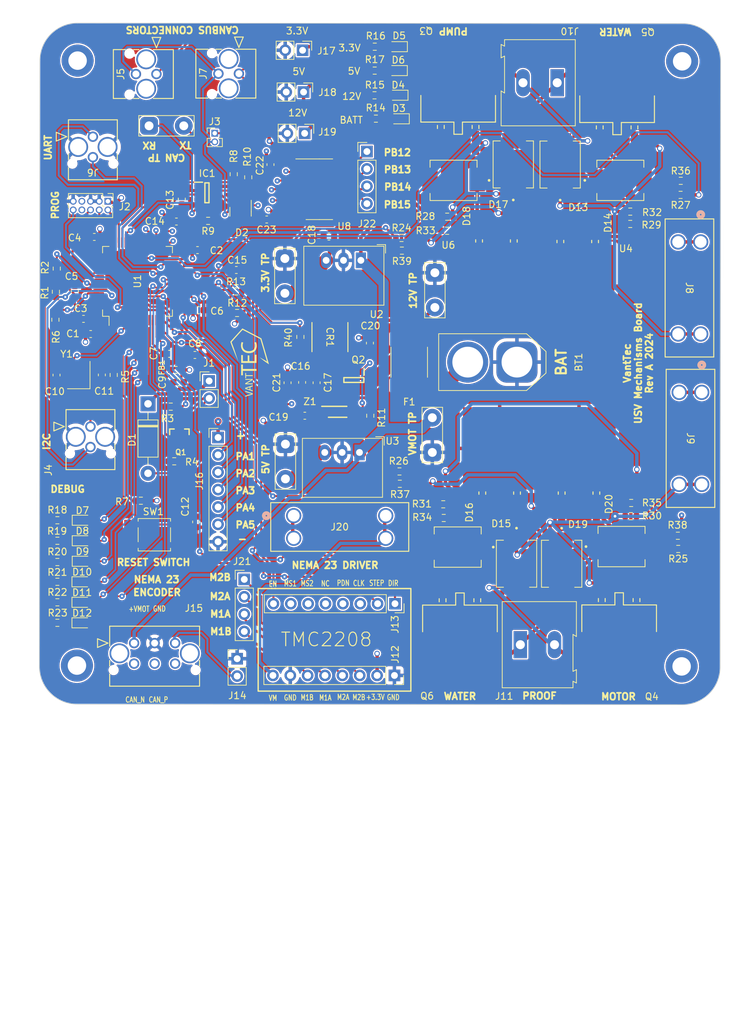
<source format=kicad_pcb>
(kicad_pcb (version 20221018) (generator pcbnew)
  (layers (0 "F.Cu" signal) (1 "In1.Cu" signal) (2 "In2.Cu" signal) (31 "B.Cu" signal) (34 "B.Paste" user) (35 "F.Paste" user) (36 "B.SilkS" user "B.Silkscreen") (37 "F.SilkS" user "F.Silkscreen") (38 "B.Mask" user) (39 "F.Mask" user) (44 "Edge.Cuts" user))
  (net 0 "")
  (net 1 "BATT_CONN")
  (net 2 "+3.3V")
  (net 3 "GND")
  (net 4 "+3.3VA")
  (net 5 "HSE_IN")
  (net 6 "/Net-(C11-Pad1)")
  (net 7 "NRST")
  (net 8 "+VMOT")
  (net 9 "+5V")
  (net 10 "CAN_P")
  (net 11 "CAN_N")
  (net 12 "Net-(D3-A)")
  (net 13 "Net-(D4-A)")
  (net 14 "DEBUG_1")
  (net 15 "DEBUG_2")
  (net 16 "DEBUG_3")
  (net 17 "DEBUG_4")
  (net 18 "DEBUG_5")
  (net 19 "DEBUG_6")
  (net 20 "CAN_TX")
  (net 21 "CAN_RX")
  (net 22 "Net-(IC1-SHDN)")
  (net 23 "Net-(IC1-STBY)")
  (net 24 "SWDIO")
  (net 25 "SWCLK")
  (net 26 "SWO")
  (net 27 "SDA")
  (net 28 "SCL")
  (net 29 "UART_TX")
  (net 30 "UART_RX")
  (net 31 "IO_1")
  (net 32 "IO_2")
  (net 33 "IO_3")
  (net 34 "IO_4")
  (net 35 "IO_5")
  (net 36 "IO_6")
  (net 37 "Net-(Q1-Pad1)")
  (net 38 "HSE_OUT")
  (net 39 "BOOT0")
  (net 40 "+12V")
  (net 43 "M2B")
  (net 47 "M2A")
  (net 48 "Net-(Q3-S)")
  (net 51 "STPR_EN")
  (net 52 "Net-(Q4-S)")
  (net 54 "IO_7")
  (net 55 "IO_8")
  (net 56 "IO_9")
  (net 57 "IO_10")
  (net 58 "STPR_STEP")
  (net 59 "STPR_DIR")
  (net 60 "Net-(D5-A)")
  (net 68 "Net-(BT1-+)")
  (net 69 "WP_-")
  (net 70 "WP_+")
  (net 71 "WPM_-")
  (net 72 "WPM_+")
  (net 73 "WPM_TIM1_CH1N")
  (net 74 "WPM_TIM1_CH1")
  (net 75 "WP_TIM1_CH2N")
  (net 76 "WP_TIM1_CH2")
  (net 77 "VREAD")
  (net 78 "/Net-(D1-A)")
  (net 79 "SB2")
  (net 80 "SB1")
  (net 81 "Net-(D6-A)")
  (net 83 "Net-(D7-K)")
  (net 84 "Net-(D8-K)")
  (net 85 "Net-(D9-K)")
  (net 86 "Net-(D10-K)")
  (net 87 "Net-(D11-K)")
  (net 88 "Net-(D12-K)")
  (net 90 "Net-(J12-Pin_8)")
  (net 93 "Net-(Q2-Pad1)")
  (net 98 "LEVEL_SHIFTER")
  (net 99 "Net-(Q3-G)")
  (net 100 "Net-(Q4-G)")
  (net 101 "Net-(Q5-G)")
  (net 102 "Net-(Q6-G)")
  (net 103 "Net-(J3-Pin_1)")
  (net 104 "Net-(U5-G)")
  (net 105 "Net-(U4-G)")
  (net 106 "Net-(U6-G)")
  (net 107 "Net-(U7-G)")
  (net 109 "Net-(J14-Pin_2)")
  (net 119 "SB4")
  (net 120 "SB3")
  (net 123 "M1B")
  (net 124 "M1A")
  (footprint "Resistor_SMD:R_0603_1608Metric" (layer "F.Cu") (at 137 117.675)
    (fp_text reference "R34")
    (fp_text value "10k" hide)
  )
  (footprint "LED_SMD:LED_0603_1608Metric" (layer "F.Cu") (at 84.1326 118.0085)
    (fp_text reference "D7")
    (fp_text value "LED_Small" hide)
  )
  (footprint "SS34:DIOM7959X265N" (layer "F.Cu") (at 154.25 124.3725 -90)
    (fp_text reference "D19")
    (fp_text value "SS34" hide)
  )
  (footprint "Resistor_SMD:R_0603_1608Metric" (layer "F.Cu") (at 116.025 91.2 -90)
    (fp_text reference "R40")
    (fp_text value "R" hide)
  )
  (footprint "Capacitor_SMD:C_0603_1608Metric" (layer "F.Cu") (at 84.2984 88.5585)
    (fp_text reference "C3")
    (fp_text value "0.1u" hide)
  )
  (footprint "Capacitor_SMD:C_0603_1608Metric" (layer "F.Cu") (at 96.8764 93.6757)
    (fp_text reference "C7")
    (fp_text value "1u" hide)
  )
  (footprint "Resistor_SMD:R_0603_1608Metric" (layer "F.Cu") (at 130.8758 78.5792)
    (fp_text reference "R39")
    (fp_text value "100" hide)
  )
  (footprint "TestPoint:TestPoint_2Pads_Pitch5.08mm_Drill1.3mm" (layer "F.Cu") (at 113.837 106.8799 -90)
    (fp_text reference "TP2" hide)
    (fp_text value "TestPoint_2Pole" hide)
  )
  (footprint "TestPoint:TestPoint_2Pads_Pitch5.08mm_Drill1.3mm" (layer "F.Cu") (at 135.327 108.0911 90)
    (fp_text reference "TP4" hide)
    (fp_text value "TestPoint_2Pole" hide)
  )
  (footprint "Capacitor_SMD:C_0603_1608Metric" (layer "F.Cu") (at 120.2 76.525)
    (fp_text reference "C18")
    (fp_text value "10u" hide)
  )
  (footprint "Resistor_SMD:R_0603_1608Metric" (layer "F.Cu") (at 164.285 74.675)
    (fp_text reference "R29")
    (fp_text value "10k" hide)
  )
  (footprint "Resistor_SMD:R_0603_1608Metric" (layer "F.Cu") (at 130.575 112.675)
    (fp_text reference "R37")
    (fp_text value "100" hide)
  )
  (footprint "Capacitor_SMD:C_0603_1608Metric" (layer "F.Cu") (at 85.8764 76.5757 180)
    (fp_text reference "C4")
    (fp_text value "0.1u" hide)
  )
  (footprint "MolexConnectors:CON_430450224_MOL" (layer "F.Cu") (at 85.67 61.9139 180)
    (fp_text reference "J6")
    (fp_text value "430450224" hide)
  )
  (footprint "Resistor_SMD:R_0603_1608Metric" (layer "F.Cu") (at 80.1836 88.6855 -90)
    (fp_text reference "R6")
    (fp_text value "10k" hide)
  )
  (footprint "36-3557-2-ND:CONN_3557-2_KEY" (layer "F.Cu") (at 115.0524 117.3399)
    (fp_text reference "J20")
    (fp_text value "3557-2")
  )
  (footprint "Capacitor_SMD:C_0603_1608Metric" (layer "F.Cu") (at 100.975 78.5)
    (fp_text reference "C2")
    (fp_text value "0.1u" hide)
  )
  (footprint "Capacitor_SMD:C_0603_1608Metric" (layer "F.Cu") (at 126.2 92.1 90)
    (fp_text reference "C20")
    (fp_text value "0.1u" hide)
  )
  (footprint "Resistor_SMD:R_0603_1608Metric" (layer "F.Cu") (at 126.9093 48.7514 180)
    (fp_text reference "R16")
    (fp_text value "330" hide)
  )
  (footprint "Resistor_SMD:R_0603_1608Metric" (layer "F.Cu") (at 171.6754 68.3676 180)
    (fp_text reference "R36")
    (fp_text value "100" hide)
  )
  (footprint "Resistor_SMD:R_0603_1608Metric" (layer "F.Cu") (at 126.8987 52.2508 180)
    (fp_text reference "R17")
    (fp_text value "330" hide)
  )
  (footprint "SS34:DIOM7959X265N" (layer "F.Cu") (at 139.0428 121.9351 180)
    (fp_text reference "D16")
    (fp_text value "SS34" hide)
  )
  (footprint "MountingHole:MountingHole_2.7mm_M2.5_DIN965_Pad" (layer "F.Cu") (at 171.8776 50.8903)
    (fp_text reference "H2" hide)
    (fp_text value "MountingHole" hide)
  )
  (footprint "Capacitor_SMD:C_0603_1608Metric" (layer "F.Cu") (at 83.0284 84.5199 90)
    (fp_text reference "C5")
    (fp_text value "0.1u" hide)
  )
  (footprint "Converter_DCDC:Converter_DCDC_RECOM_R-78E-0.5_THT" (layer "F.Cu") (at 124.875 80 180)
    (fp_text reference "U2")
    (fp_text value "R-78E3.3-1.0" hide)
  )
  (footprint "Capacitor_SMD:C_0603_1608Metric" (layer "F.Cu") (at 101.1008 87.2885)
    (fp_text reference "C6")
    (fp_text value "0.1u" hide)
  )
  (footprint "MolexConnectors:CON_430450224_MOL" (layer "F.Cu") (at 94.9678 52.753502 90)
    (fp_text reference "J5")
    (fp_text value "430450224" hide)
  )
  (footprint "Resistor_SMD:R_0603_1608Metric" (layer "F.Cu") (at 130.5242 110.8716 180)
    (fp_text reference "R26")
    (fp_text value "100" hide)
  )
  (footprint "Capacitor_SMD:C_0603_1608Metric" (layer "F.Cu") (at 116.282 97.8489 90)
    (fp_text reference "C16")
    (fp_text value "10u" hide)
  )
  (footprint "Capacitor_SMD:C_0603_1608Metric" (layer "F.Cu") (at 98.6764 71.0257 90)
    (fp_text reference "C13")
    (fp_text value "1u" hide)
  )
  (footprint "LED_SMD:LED_0603_1608Metric" (layer "F.Cu") (at 84.0951 127.0085)
    (fp_text reference "D10")
    (fp_text value "LED_Small" hide)
  )
  (footprint "36-3557-2-ND:CONN_3557-2_KEY" (layer "F.Cu") (at 174.7478 99.3027 -90)
    (fp_text reference "J9")
    (fp_text value "3557-2")
  )
  (footprint "Resistor_SMD:R_0603_1608Metric" (layer "F.Cu") (at 108.4 67.8507 90)
    (fp_text reference "R10")
    (fp_text value "120" hide)
  )
  (footprint "Diode_THT:D_DO-41_SOD81_P10.16mm_Horizontal" (layer "F.Cu") (at 93.735 100.9791 -90)
    (fp_text reference "D1")
    (fp_text value "1N4001" hide)
  )
  (footprint "IRF9540NSPBF:PMOSGDS_D2PAK_INF" (layer "F.Cu") (at 139.3694 135.3722 180)
    (fp_text reference "Q6")
    (fp_text value "IRF9540NSPBF" hide)
  )
  (footprint "Resistor_SMD:R_0603_1608Metric" (layer "F.Cu") (at 126.8718 55.8619 180)
    (fp_text reference "R15")
    (fp_text value "750" hide)
  )
  (footprint "Resistor_SMD:R_0603_1608Metric" (layer "F.Cu") (at 80.4751 121.0085 180)
    (fp_text reference "R19")
    (fp_text value "220")
  )
  (footprint "Resistor_SMD:R_0603_1608Metric" (layer "F.Cu") (at 80.2598 84.5961 -90)
    (fp_text reference "R1")
    (fp_text value "4.7k" hide)
  )
  (footprint "Capacitor_SMD:C_0603_1608Metric" (layer "F.Cu") (at 106.6512 81.4084 180)
    (fp_text reference "C15")
    (fp_text value "3.3u" hide)
  )
  (footprint "Connector_PinSocket_2.54mm:PinSocket_1x08_P2.54mm_Vertical" (layer "F.Cu") (at 129.7898 140.7047 -90)
    (fp_text reference "J12")
    (fp_text value "Conn_01x08_Socket" hide)
  )
  (footprint "Resistor_SMD:R_0603_1608Metric" (layer "F.Cu") (at 97.065 101.395 180)
    (fp_text reference "R3")
    (fp_text value "220" hide)
  )
  (footprint "Capacitor_SMD:C_0603_1608Metric" (layer "F.Cu") (at 111.1 74.025)
    (fp_text reference "C23")
    (fp_text value "0.1u" hide)
  )
  (footprint "LED_SMD:LED_0603_1608Metric" (layer "F.Cu") (at 130.1875 52.2492 180)
    (fp_text reference "D6")
    (fp_text value "5V_OK" hide)
  )
  (footprint "MountingHole:MountingHole_2.7mm_M2.5_DIN965_Pad" (layer "F.Cu") (at 83.3586 139.2847)
    (fp_text reference "H3" hide)
    (fp_text value "MountingHole" hide)
  )
  (footprint "Connector_PinHeader_1.27mm:PinHeader_1x02_P1.27mm_Vertical" (layer "F.Cu") (at 103.5 61.405)
    (fp_text reference "J3")
    (fp_text value "Conn_01x02_Pin" hide)
  )
  (footprint "SS34:DIOM7959X265N" (layer "F.Cu") (at 162.8369 68.301)
    (fp_text reference "D14")
    (fp_text value "SS34" hide)
  )
  (footprint "SS34:DIOM7959X265N" (layer "F.Cu") (at 154.03 65.9896 90)
    (fp_text reference "D13")
    (fp_text value "SS34" hide)
  )
  (footprint "LED_SMD:LED_0603_1608Metric" (layer "F.Cu") (at 84.0951 133.0085)
    (fp_text reference "D12")
    (fp_text value "LED_Small" hide)
  )
  (footprint "SS34:DIOM7959X265N" (layer "F.Cu") (at 147.172 65.9711 90)
    (fp_text reference "D17")
    (fp_text value "SS34" hide)
  )
  (footprint "Connector_PinHeader_2.54mm:PinHeader_1x04_P2.54mm_Vertical" (layer "F.Cu") (at 107.8188 126.6585)
    (fp_text reference "J21")
    (fp_text value "Conn_01x04_Pin" hide)
  )
  (footprint "Resistor_SMD:R_0603_1608Metric" (layer "F.Cu") (at 164.4222 115.4825)
    (fp_text reference "R35")
    (fp_text value "10k" hide)
  )
  (footprint "Capacitor_SMD:C_0603_1608Metric" (layer "F.Cu") (at 118.4 97.9 -90)
    (fp_text reference "C17")
    (fp_text value "10u" hide)
  )
  (footprint "MAX33040EAKA+T:SOT65P280X145-8N" (layer "F.Cu") (at 102.3578 70.1191)
    (fp_text reference "IC1")
    (fp_text value "MAX33040EAKA+T" hide)
  )
  (footprint "Capacitor_SMD:C_0603_1608Metric" (layer "F.Cu") (at 111.65 66 90)
    (fp_text reference "C22")
    (fp_text value "0.1u" hide)
  )
  (footprint "Capacitor_SMD:C_0603_1608Metric" (layer "F.Cu") (at 100.7764 118.2525 -90)
    (fp_text reference "C12")
    (fp_text value "0.1u" hide)
  )
  (footprint "Resistor_SMD:R_0603_1608Metric" (layer "F.Cu") (at 137.5 75.675 180)
    (fp_text reference "R33")
    (fp_text value "10k" hide)
  )
  (footprint "Resistor_SMD:R_0603_1608Metric" (layer "F.Cu") (at 171.3008 122.2054)
    (fp_text reference "R25")
    (fp_text value "100" hide)
  )
  (footprint "Connector_PinHeader_2.54mm:PinHeader_1x02_P2.54mm_Vertical" (layer "F.Cu") (at 106.7774 138.2613)
    (fp_text reference "J14")
    (fp_text value "Conn_01x02_Pin" hide)
  )
  (footprint "Resistor_SMD:R_0603_1608Metric" (layer "F.Cu") (at 80.4751 127.0085 180)
    (fp_text reference "R21")
    (fp_text value "220")
  )
  (footprint "IRF540SPBF:D2PAK_VIS" (layer "F.Cu") (at 144.7092 83.6929 180)
    (fp_text reference "U6")
    (fp_text value "IRF540SPBF" hide)
  )
  (footprint "TestPoint:TestPoint_2Pads_Pitch5.08mm_Drill1.3mm" (layer "F.Cu") (at 135.7 81.81 -90)
    (fp_text reference "TP1" hide)
    (fp_text value "TestPoint_2Pole" hide)
  )
  (footprint "Connector_AMASS:AMASS_XT60-M_1x02_P7.20mm_Vertical" (layer "F.Cu") (at 147.7086 94.8831 180)
    (fp_text reference "BT1")
    (fp_text value "Battery" hide)
  )
  (footprint "Resistor_SMD:R_0603_1608Metric" (layer "F.Cu") (at 80.3868 81.2047 -90)
    (fp_text reference "R2")
    (fp_text value "4.7k" hide)
  )
  (footprint "TestPoint:TestPoint_2Pads_Pitch5.08mm_Drill1.3mm" (layer "F.Cu") (at 113.7564 79.7367 -90)
    (fp_text reference "TP3" hide)
    (fp_text value "TestPoint_2Pole" hide)
  )
  (footprint "Crystal:Crystal_SMD_3225-4Pin_3.2x2.5mm" (layer "F.Cu") (at 83.6 96.775 90)
    (fp_text reference "Y1")
    (fp_text value "16MHz" hide)
  )
  (footprint "IRF9540NSPBF:PMOSGDS_D2PAK_INF" (layer "F.Cu") (at 162.3612 54.8898)
    (fp_text reference "Q5")
    (fp_text value "IRF9540NSPBF" hide)
  )
  (footprint "FDN335N:SSOT-3" (layer "F.Cu") (at 98.3264 105.3257)
    (fp_text reference "Q1")
    (fp_text value "FDN335N" hide)
  )
  (footprint "LED_SMD:LED_0603_1608Metric" (layer "F.Cu") (at 84.0951 130.0085)
    (fp_text reference "D11")
    (fp_text value "LED_Small" hide)
  )
  (footprint "Package_SO:SOIC-14_3.9x8.7mm_P1.27mm" (layer "F.Cu") (at 118.8 69.6)
    (fp_text reference "U8")
    (fp_text value "TXB0104D" hide)
  )
  (footprint "Capacitor_SMD:C_0603_1608Metric" (layer "F.Cu") (at 80.35 96.775 -90)
    (fp_text reference "C10")
    (fp_text value "12p" hide)
  )
  (footprint "LED_SMD:LED_0603_1608Metric" (layer "F.Cu") (at 130.2875 55.8492 180)
    (fp_text reference "D4")
    (fp_text value "BAT_OK" hide)
  )
  (footprint "MMSZ4702T1G:SOD3716X135N" (layer "F.Cu") (at 121.475 102.15)
    (fp_text reference "Z1")
    (fp_text value "MMSZ4702T1G" hide)
  )
  (footprint "SS34:DIOM7959X265N" (layer "F.Cu") (at 163.0099 121.8594)
    (fp_text reference "D20")
    (fp_text value "SS34" hide)
  )
  (footprint "VANTTEC:vanttec_logo_10mm_5.7mm" (layer "F.Cu") (at 108.6 94.95 90)
    (fp_text reference "G***" hide)
    (fp_text value "LOGO" hide)
  )
  (footprint "Resistor_SMD:R_0603_1608Metric" (layer "F.Cu") (at 136.925 115.675 180)
    (fp_text reference "R31")
    (fp_text value "10k" hide)
  )
  (footprint "Resistor_SMD:R_0603_1608Metric" (layer "F.Cu") (at 171.25 120.275 180)
    (fp_text reference "R38")
    (fp_text value "100" hide)
  )
  (footprint "MolexConnectors:CON_430450624_MOL" (layer "F.Cu") (at 91.701401 135.975701 180)
    (fp_text reference "J15")
    (fp_text value "430450624" hide)
  )
  (footprint "NDS352AP:SOT95P237X111-3N" (layer "F.Cu") (at 123.85 97.5 -90)
    (fp_text reference "Q2")
    (fp_text value "NDS352AP" hide)
  )
  (footprint "Connector_PinHeader_2.54mm:PinHeader_1x02_P2.54mm_Vertical" (layer "F.Cu") (at 116.4946 55.3838 -90)
    (fp_text reference "J18")
    (fp_text value "Conn_01x02_Pin" hide)
  )
  (footprint "Resistor_SMD:R_0603_1608Metric" (layer "F.Cu") (at 137.5 73.6176)
    (fp_text reference "R28")
    (fp_text value "10k" hide)
  )
  (footprint "Capacitor_SMD:C_0603_1608Metric" (layer "F.Cu") (at 114.15 97.9 90)
    (fp_text reference "C21")
    (fp_text value "0.33u" hide)
  )
  (footprint "Resistor_SMD:R_0603_1608Metric" (layer "F.Cu") (at 88.7161 96.7627 -90)
    (fp_text reference "R5")
    (fp_text value "45.3" hide)
  )
  (footprint "IRF9540NSPBF:PMOSGDS_D2PAK_INF" (layer "F.Cu") (at 162.6612 135.3468 180)
    (fp_text reference "Q4")
    (fp_text value "IRF9540NSPBF" hide)
  )
  (footprint "Converter_DCDC:Converter_DCDC_RECOM_R-78E-0.5_THT" (layer "F.Cu") (at 124.672 108.0925 180)
    (fp_text reference "U3")
    (fp_text value "R-78E5.0-1.0" hide)
  )
  (footprint "Resistor_SMD:R_0603_1608Metric" (layer "F.Cu") (at 97.5704 109.3865 180)
    (fp_text reference "R4")
    (fp_text value "47k" hide)
  )
  (footprint "IRF540SPBF:D2PAK_VIS" (layer "F.Cu") (at 156.79 107.5069)
    (fp_text reference "U5" hide)
    (fp_text value "IRF540SPBF" hide)
  )
  (footprint "SS34:DIOM7959X265N" (layer "F.Cu") (at 138.4338 68.301 180)
    (fp_text reference "D18")
    (fp_text value "SS34" hide)
  )
  (footprint "IRF540SPBF:D2PAK_VIS" (layer "F.Cu") (at 156.6 83.775 180)
    (fp_text reference "U4")
    (fp_text value "IRF540SPBF" hide)
  )
  (footprint "Package_TO_SOT_SMD:SOT-23" (layer "F.Cu") (at 107.2764 72.8882 -90)
    (fp_text reference "D2")
    (fp_text value "NUP2105L" hide)
  )
  (footprint "MountingHole:MountingHole_2.7mm_M2.5_DIN965_Pad" (layer "F.Cu") (at 83.4348 50.7887)
    (fp_text reference "H1" hide)
    (fp_text value "MountingHole" hide)
  )
  (footprint "IRF540SPBF:D2PAK_VIS" (layer "F.Cu") (at 145.1822 107.5069)
    (fp_text reference "U7" hide)
    (fp_text value "IRF540SPBF" hide)
  )
  (footprint "Capacitor_SMD:C_0603_1608Metric" (layer "F.Cu") (at 86.9837 96.7549 90)
    (fp_text reference "C11")
    (fp_text value "12p" hide)
  )
  (footprint "Capacitor_SMD:C_0603_1608Metric" (layer "F.Cu") (at 116.675 102.725)
    (fp_text reference "C19")
    (fp_text value "10u" hide)
  )
  (footprint "Resistor_SMD:R_0603_1608Metric" (layer "F.Cu") (at 92.6926 115.1523 180)
    (fp_text reference "R7")
    (fp_text value "10k" hide)
  )
  (footprint "TestPoint:TestPoint_2Pads_Pitch5.08mm_Drill1.3mm" (layer "F.Cu") (at 93.8864 60.3257)
    (fp_text reference "TP5" hide)
    (fp_text value "TestPoint_2Pole" hide)
  )
  (footprint "Connector_PinSocket_2.54mm:PinSocket_1x08_P2.54mm_Vertical" (layer "F.Cu") (at 129.866 130.2145 -90)
    (fp_text reference "J13")
    (fp_text value "Conn_01x08_Socket" hide)
  )
  (footprint "Resistor_SMD:R_0603_1608Metric" (layer "F.Cu") (at 130.825 76.725 180)
    (fp_text reference "R24")
    (fp_text value "100" hide)
  )
  (footprint "Resistor_SMD:R_0603_1608Metric" (layer "F.Cu") (at 164.3714 117.4129 180)
    (fp_text reference "R30")
    (fp_text value "10k" hide)
  )
  (footprint "L78L12ABD-TR:SO-8_STM" (layer "F.Cu") (at 120.35 91.225 -90)
    (fp_text reference "CR1")
    (fp_text value "L78L12ABD-TR" hide)
  )
  (footprint "LED_SMD:LED_0603_1608Metric" (layer "F.Cu") (at 84.1326 124.0085)
    (fp_text reference "D9")
    (fp_text value "LED_Small" hide)
  )
  (footprint "Resistor_SMD:R_0603_1608Metric" (layer "F.Cu") (at 102.5264 74.2257)
    (fp_text reference "R9")
    (fp_text value "0")
  )
  (footprint "Capacitor_SMD:C_0603_1608Metric" (layer "F.Cu") (at 100.5925 93.8375)
    (fp_text reference "C8")
    (fp_text value "0.01u" hide)
  )
  (footprint "Connector_PinHeader_2.54mm:PinHeader_1x02_P2.54mm_Vertical" (layer "F.Cu") (at 116.35 49.275 -90)
    (fp_text reference "J17")
    (fp_text value "Conn_01x02_Pin" hide)
  )
  (footprint "Resistor_SMD:R_0603_1608Metric" (layer "F.Cu") (at 80.4751 118.0085 180)
    (fp_text reference "R18")
    (fp_text value "220")
  )
  (footprint "Resistor_SMD:R_0603_1608Metric" (layer "F.Cu") (at 106.6128 84.5453)
    (fp_text reference "R13")
    (fp_text value "10k" hide)
  )
  (footprint "Package_QFP:LQFP-64_10x10mm_P0.5mm" (layer "F.Cu") (at 92.1978 83.0721 90)
    (fp_text reference "U1")
    (fp_text value "STM32L431RCTx" hide)
  )
  (footprint "Resistor_SMD:R_0603_1608Metric" (layer "F.Cu") (at 106.7652 87.6949 180)
    (fp_text reference "R12")
    (fp_text value "34.8k" hide)
  )
  (footprint "Resistor_SMD:R_0603_1608Metric" (layer "F.Cu") (at 164.285 72.8722 180)
    (fp_text reference "R32")
    (fp_text value "10k" hide)
  )
  (footprint "Resistor_SMD:R_0603_1608Metric" (layer "F.Cu") (at 80.4751 124.1185 180)
    (fp_text reference "R20")
    (fp_text value "220")
  )
  (footprint "IRF9540NSPBF:PMOSGDS_D2PAK_INF" (layer "F.Cu") (at 139.1116 54.8273)
    (fp_text reference "Q3")
    (fp_text value "IRF9540NSPBF" hide)
  )
  (footprint "36-3557-2-ND:CONN_3557-2_KEY" (layer "F.Cu") (at 174.5954 77.3063 -90)
    (fp_text reference "J8")
    (fp_text value "3557-2")
  )
  (footprint "Capacitor_SMD:C_0603_1608Metric" (layer "F.Cu") (at 98.2264 97.8257 180)
    (fp_text reference "C9")
    (fp_text value "1u" hide)
  )
  (footprint "Inductor_SMD:L_0603_1608Metric" (layer "F.Cu") (at 97.8375 96.025)
    (fp_text reference "FB1")
    (fp_text value "120R" hide)
  )
  (footprint "LED_SMD:LED_0603_1608Metric" (layer "F.Cu") (at 130.1949 48.7502 180)
    (fp_text reference "D5")
    (fp_text value "3.3V_OK" hide)
  )
  (footprint "Connector_PinHeader_2.54mm:PinHeader_1x02_P2.54mm_Vertical" (layer "F.Cu") (at 102.6764 97.6357)
    (fp_text reference "J1")
    (fp_text value "Conn_01x02_Socket" hide)
  )
  (footprint "MountingHole:MountingHole_2.7mm_M2.5_DIN965_Pad" (layer "F.Cu") (at 171.8014 139.3839)
    (fp_text reference "H4" hide)
    (fp_text value "MountingHole" hide)
  )
  (footprint "LED_SMD:LED_0603_1608Metric" (layer "F.Cu") (at 130.475 59.2992 180)
    (fp_text reference "D3")
    (fp_text value "BAT_OK" hide)
  )
  (footprint "MolexConnectors:CON_430450224_MOL" (layer "F.Cu") (at 107.0344 52.696499 90)
    (fp_text reference "J7")
    (fp_text value "430450224" hide)
  )
  (footprint "Resistor_SMD:R_0603_1608Metric" (layer "F.Cu") (at 80.4751 130.0085 180)
    (fp_text reference "R22")
    (fp_text value "220")
  )
  (footprint "TerminalBlock:TerminalBlock_Altech_AK300-2_P5.00mm" (layer "F.Cu") (at 148.20635 136.2089)
    (fp_text reference "J11")
    (fp_text value "Screw_Terminal_01x02" hide)
  )
  (footprint "Resistor_SMD:R_0603_1608Metric" (layer "F.Cu") (at 171.65 70.425)
    (fp_text reference "R27")
    (fp_text value "100" hide)
  )
  (footprint "Fuse:Fuse_2920_7451Metric" (layer "F.Cu") (at 131.95 94.9 90)
    (fp_text reference "F1")
    (fp_text value "Polyfuse_Small" hide)
  )
  (footprint "Resistor_SMD:R_0603_1608Metric" (layer "F.Cu") (at 126.25 102.725 90)
    (fp_text reference "R11")
    (fp_text value "100k" hide)
  )
  (footprint "LED_SMD:LED_0603_1608Metric" (layer "F.Cu") (at 84.1326 121.0085)
    (fp_text reference "D8")
    (fp_text value "LED_Small" hide)
  )
  (footprint "Connector_PinHeader_2.54mm:PinHeader_1x04_P2.54mm_Vertical" (layer "F.Cu") (at 125.76 64.085)
    (fp_text reference "J22")
    (fp_text value "Conn_01x04_Pin" hide)
  )
  (footprint "TerminalBlock:TerminalBlock_Altech_AK300-2_P5.00mm" (layer "F.Cu") (at 153.5946 54.0262 180)
    (fp_text reference "J10")
    (fp_text value "Screw_Terminal_01x02" hide)
  )
  (footprint "Resistor_SMD:R_0603_1608Metric" (layer "F.Cu") (at 106.2764 67.4007 -90)
    (fp_text reference "R8")
    (fp_text value "0" hide)
  )
  (footprint "Connector_PinHeader_2.54mm:PinHeader_1x02_P2.54mm_Vertical" (layer "F.Cu") (at 116.65 61.425 -90)
    (fp_text reference "J19")
    (fp_text value "Conn_01x02_Pin" hide)
  )
  (footprint "Button_Switch_SMD:SW_SPST_TL3305A" (layer "F.Cu") (at 94.6616 120.1307)
    (fp_text reference "SW1")
    (fp_text value "SW_Push" hide)
  )
  (footprint "SS34:DIOM7959X265N" (layer "F.Cu") (at 147.646 124.3656 -90)
    (fp_text reference "D15")
    (fp_text value "SS34" hide)
  )
  (footprint "Capacitor_SMD:C_0603_1608Metric" (layer "F.Cu") (at 85.35 90.775)
    (fp_text reference "C1")
    (fp_text value "4.7u" hide)
  )
  (footprint "Connector_PinHeader_1.27mm:PinHeader_2x05_P1.27mm_Vertical" (layer "F.Cu") (at 87.8664 71.3557 -90)
    (fp_text reference "J2")
    (fp_text value "PROG")
  )
  (footprint "Resistor_SMD:R_0603_1608Metric" (layer "F.Cu") (at 80.4751 133.0085 180)
    (fp_text reference "R23")
    (fp_text value "220")
  )
  (footprint "Connector_PinHeader_2.54mm:PinHeader_1x07_P2.54mm_Vertical" (layer "F.Cu") (at 103.9834 105.9067)
    (fp_text reference "J16")
    (fp_text value "Conn_01x07_Pin" hide)
  )
  (footprint "MolexConnectors:CON_430450224_MOL" (layer "F.Cu") (at 85.3144 104.303701 180)
    (fp_text reference "J4")
    (fp_text value "430450224" hide)
  )
  (footprint "Resistor_SMD:R_0603_1608Metric" (layer "F.Cu") (at 127.075 59.275 180)
    (fp_text reference "R14")
    (fp_text value "750" hide)
  )
  (footprint "Capacitor_SMD:C_0603_1608Metric" (layer "F.Cu") (at 97.89 74.325)
    (fp_text reference "C14")
    (fp_text value "0.1u" hide)
  )
  (gr_rect (start 109.8508 127.9977) (end 132.1876 142.9977) (stroke (width 0.2)) (fill none) (layer "F.SilkS"))
  (gr_line (start 171.940201 144.982621) (end 83.34788 144.908576) (stroke (width 0.1)) (layer "Edge.Cuts"))
  (gr_arc (start 83.34788 144.908575) (mid 79.452393 143.285873) (end 77.840035 139.386063) (stroke (width 0.1)) (layer "Edge.Cuts"))
  (gr_arc (start 77.91408 50.793742) (mid 79.525001 46.904666) (end 83.41408 45.293742) (stroke (width 0.1)) (layer "Edge.Cuts"))
  (gr_arc (start 172.006401 45.367787) (mid 175.895492 46.978699) (end 177.506401 50.867787) (stroke (width 0.1)) (layer "Edge.Cuts"))
  (gr_line (start 177.4402 139.4855) (end 177.506401 50.867787) (stroke (width 0.1)) (layer "Edge.Cuts"))
  (gr_arc (start 177.4402 139.4855) (mid 175.828263 143.372713) (end 171.940201 144.982621) (stroke (width 0.1)) (layer "Edge.Cuts"))
  (gr_line (start 172.006401 45.367787) (end 83.41408 45.293742) (stroke (width 0.1)) (layer "Edge.Cuts"))
  (gr_line (start 77.840035 139.386063) (end 77.91408 50.793742) (stroke (width 0.1)) (layer "Edge.Cuts"))
  (gr_text "12V TP" (at 133.1 84.4 90) (layer "F.SilkS") (effects (font (size 1 1) (thickness 0.25) bold) (justify bottom)))
  (gr_text "UART" (at 79.701 63.5141 90) (layer "F.SilkS") (effects (font (size 1 1) (thickness 0.25) bold) (justify bottom)))
  (gr_text "PDN" (at 122.2968 127.1919) (layer "F.SilkS") (effects (font (size 0.8 0.6) (thickness 0.125))))
  (gr_text "BATT" (at 125.2562 59.477) (layer "F.SilkS") (effects (font (size 1 1)) (justify right)))
  (gr_text "VantTec\nUSV Mechanisms Board\nRev A 2024" (at 165.4514 95.0355 90) (layer "F.SilkS") (effects (font (size 1 1) (thickness 0.25) bold)))
  (gr_text "GND" (at 95.4 131.425) (layer "F.SilkS") (effects (font (size 0.8 0.6) (thickness 0.125)) (justify bottom)))
  (gr_text "BAT" (at 155.0628 97.0675 90) (layer "F.SilkS") (effects (font (size 1.5 1.5) (thickness 0.3) bold) (justify left bottom)))
  (gr_text "PUMP" (at 138.3968 45.8806 180) (layer "F.SilkS") (effects (font (size 1 1) (thickness 0.25) bold) (justify bottom)))
  (gr_text "M1B" (at 117.0136 143.9305) (layer "F.SilkS") (effects (font (size 0.8 0.6) (thickness 0.125))))
  (gr_text "PB13" (at 128.1254 66.7242) (layer "F.SilkS") (effects (font (size 1 1) (thickness 0.25) bold) (justify left)))
  (gr_text "DIR" (at 129.612 127.2173) (layer "F.SilkS") (effects (font (size 0.8 0.6) (thickness 0.125))))
  (gr_text "GND" (at 129.612 143.9051) (layer "F.SilkS") (effects (font (size 0.8 0.6) (thickness 0.125))))
  (gr_text "M2A" (at 122.2968 143.8797) (layer "F.SilkS") (effects (font (size 0.8 0.6) (thickness 0.125))))
  (gr_text "PA1" (at 106.4072 108.6791) (layer "F.SilkS") (effects (font (size 1 1) (thickness 0.25) bold) (justify left)))
  (gr_text "5V" (at 124.8799 52.3254) (layer "F.SilkS") (effects (font (size 1 1)) (justify right)))
  (gr_text "CANBUS CONNECTORS" (at 98.751 45.6833 180) (layer "F.SilkS") (effects (font (size 1 1) (thickness 0.25) bold) (justify bottom)))
  (gr_text "M1B" (at 102.688 134.2785) (layer "F.SilkS") (effects (font (size 1 1) (thickness 0.25) bold) (justify left)))
  (gr_text "WATER" (at 162.1118 45.97 180) (layer "F.SilkS") (effects (font (size 1 1) (thickness 0.25) bold) (justify bottom)))
  (gr_text "PA3" (at 106.4072 113.6791) (layer "F.SilkS") (effects (font (size 1 1) (thickness 0.25) bold) (justify left)))
  (gr_text "PB14" (at 128.1508 69.2642) (layer "F.SilkS") (effects (font (size 1 1) (thickness 0.25) bold) (justify left)))
  (gr_text "PA4" (at 106.4072 116.1791) (layer "F.SilkS") (effects (font (size 1 1) (thickness 0.25) bold) (justify left)))
  (gr_text "MOTOR" (at 162.5596 144.3882) (layer "F.SilkS") (effects (font (size 1 1) (thickness 0.25) bold) (justify bottom)))
  (gr_text "CAN_N" (at 91.8514 144.7257) (layer "F.SilkS") (effects (font (size 0.8 0.6) (thickness 0.125)) (justify bottom)))
  (gr_text "3.3V TP" (at 111.5028 81.7929 90) (layer "F.SilkS") (effects (font (size 1 1) (thickness 0.25) bold) (justify bottom)))
  (gr_text "PROG" (at 80.7424 71.9215 90) (layer "F.SilkS") (effects (font (size 1 1) (thickness 0.25) bold) (justify bottom)))
  (gr_text "+3.3V" (at 126.9958 143.8797) (layer "F.SilkS") (effects (font (size 0.8 0.6) (thickness 0.125))))
  (gr_text "STEP" (at 127.199 127.1919) (layer "F.SilkS") (effects (font (size 0.8 0.6) (thickness 0.125))))
  (gr_text "CLK" (at 124.5828 127.2173) (layer "F.SilkS") (effects (font (size 0.8 0.6) (thickness 0.125))))
  (gr_text "3.3V" (at 115.55 47.025) (layer "F.SilkS") (effects (font (size 1 1)) (justify bottom)))
  (gr_text "-" (at 106.752 120.7403) (layer "F.SilkS") (effects (font (size 1 1) (thickness 0.25) bold) (justify left)))
  (gr_text "CAN TP" (at 96.4264 64.3757 180) (layer "F.SilkS") (effects (font (size 1 1) (thickness 0.25) bold) (justify bottom)))
  (gr_text "3.3V" (at 124.9381 48.928) (layer "F.SilkS") (effects (font (size 1 1)) (justify right)))
  (gr_text "PA2" (at 106.4072 111.1791) (layer "F.SilkS") (effects (font (size 1 1) (thickness 0.25) bold) (justify left)))
  (gr_text "DEBUG" (at 81.9736 114.0461) (layer "F.SilkS") (effects (font (size 1 1) (thickness 0.25) bold) (justify bottom)))
  (gr_text "PA5" (at 106.4072 118.6791) (layer "F.SilkS") (effects (font (size 1 1) (thickness 0.25) bold) (justify left)))
  (gr_text "NEMA 23 DRIVER" (at 121.1 125.175) (layer "F.SilkS") (effects (font (size 1 1) (thickness 0.25) bold) (justify bottom)))
  (gr_text "ENCODER" (at 91.4358 129.1477) (layer "F.SilkS") (effects (font (size 1 1) (thickness 0.25) bold) (justify left bottom)))
  (gr_text "CAN_P" (at 95.255 144.7257) (layer "F.SilkS") (effects (font (size 0.8 0.6) (thickness 0.125)) (justify bottom)))
  (gr_text "MS2" (at 117.0136 127.2427) (layer "F.SilkS") (effects (font (size 0.8 0.6) (thickness 0.125))))
  (gr_text "NEMA 23" (at 94.9918 127.2681) (layer "F.SilkS") (effects (font (size 1 1) (thickness 0.25) bold) (justify bottom)))
  (gr_text "5V" (at 115.7884 52.9708) (layer "F.SilkS") (effects (font (size 1 1)) (justify bottom)))
  (gr_text "WATER" (at 139.3694 144.3374) (layer "F.SilkS") (effects (font (size 1 1) (thickness 0.25) bold) (justify bottom)))
  (gr_text "+" (at 106.4726 105.6273) (layer "F.SilkS") (effects (font (size 1 1) (thickness 0.25) bold) (justify left)))
  (gr_text "VM" (at 112.0098 144.0067) (layer "F.SilkS") (effects (font (size 0.8 0.6) (thickness 0.125))))
  (gr_text "M2A" (at 102.6372 129.1477) (layer "F.SilkS") (effects (font (size 1 1) (thickness 0.25) bold) (justify left)))
  (gr_text "I2C" (at 79.4978 106.4909 90) (layer "F.SilkS") (effects (font (size 1 1) (thickness 0.25) bold) (justify bottom)))
  (gr_text "5V TP" (at 111.5424 109.062 90) (layer "F.SilkS") (effects (font (size 1 1) (thickness 0.25) bold) (justify bottom)))
  (gr_text "NC" (at 119.6806 127.2681) (layer "F.SilkS") (effects (font (size 0.8 0.6) (thickness 0.125))))
  (gr_text "RX" (at 95.0764 63.1757 180) (layer "F.SilkS") (effects (font (size 1 1) (thickness 0.25) bold) (justify left)))
  (gr_text "+VMOT" (at 92.425 131.45) (layer "F.SilkS") (effects (font (size 0.8 0.6) (thickness 0.125)) (justify bottom)))
  (gr_text "TMC2208" (at 119.833 135.4469) (layer "F.SilkS") (effects (font (size 2 2))))
  (gr_text "M2B" (at 102.561 126.3537) (layer "F.SilkS") (effects (font (size 1 1) (thickness 0.25) bold) (justify left)))
  (gr_text "PB15" (at 128.1 71.855) (layer "F.SilkS") (effects (font (size 1 1) (thickness 0.25) bold) (justify left)))
  (gr_text "PB12" (at 128.1 64.235) (layer "F.SilkS") (effects (font (size 1 1) (thickness 0.25) bold) (justify left)))
  (gr_text "M2B" (at 124.5828 143.9051) (layer "F.SilkS") (effects (font (size 0.8 0.6) (thickness 0.125))))
  (gr_text "12V" (at 125.0171 56.0143) (layer "F.SilkS") (effects (font (size 1 1)) (justify right)))
  (gr_text "TX" (at 100.2264 63.1257 180) (layer "F.SilkS") (effects (font (size 1 1) (thickness 0.25) bold) (justify left)))
  (gr_text "M1A" (at 119.6806 143.9559) (layer "F.SilkS") (effects (font (size 0.8 0.6) (thickness 0.125))))
  (gr_text "VMOT TP" (at 133.0156 105.3225 90) (layer "F.SilkS") (effects (font (size 1 1) (thickness 0.25) bold) (justify bottom)))
  (gr_text "GND" (at 114.5498 143.9559) (layer "F.SilkS") (effects (font (size 0.8 0.6) (thickness 0.125))))
  (gr_text "EN" (at 112.0098 127.3189) (layer "F.SilkS") (effects (font (size 0.8 0.6) (thickness 0.125))))
  (gr_text "M1A" (at 102.688 131.7131) (layer "F.SilkS") (effects (font (size 1 1) (thickness 0.25) bold) (justify left)))
  (gr_text "RESET SWITCH" (at 89.0482 124.7535) (layer "F.SilkS") (effects (font (size 1 1) (thickness 0.25) bold) (justify left bottom)))
  (gr_text "12V" (at 115.634 59.012) (layer "F.SilkS") (effects (font (size 1 1)) (justify bottom)))
  (gr_text "MS1" (at 114.5498 127.2681) (layer "F.SilkS") (effects (font (size 0.8 0.6) (thickness 0.125))))
  (gr_text "PROOF" (at 151.0026 144.2866) (layer "F.SilkS") (effects (font (size 1 1) (thickness 0.25) bold) (justify bottom)))
  (segment (start 123.85 98.7) (end 125.65 98.7) (width 2) (layer "F.Cu") (net 1))
  (segment (start 125.65 98.7) (end 131.95 92.4) (width 2) (layer "F.Cu") (net 1))
  (segment (start 131.95 92.4) (end 131.95 91.5125) (width 2) (layer "F.Cu") (net 1))
  (segment (start 83.0284 85.2949) (end 83.0284 85.0034) (width 0.3) (layer "F.Cu") (net 2))
  (segment (start 87.8798 71.5151) (end 89.1752 71.5151) (width 0.5) (layer "F.Cu") (net 2))
  (segment (start 98.9779 79.3221) (end 99.8 78.5) (width 0.25) (layer "F.Cu") (net 2))
  (segment (start 95.7764 72.9757) (end 95.7764 72.9864) (width 0.5) (layer "F.Cu") (net 2))
  (segment (start 97.3286 74.1114) (end 97.115 74.325) (width 0.25) (layer "F.Cu") (net 2))
  (segment (start 97.8728 79.3221) (end 98.9779 79.3221) (width 0.25) (layer "F.Cu") (net 2))
  (segment (start 82.533992 84.5449) (end 82.2034 84.214308) (width 0.3) (layer "F.Cu") (net 2))
  (segment (start 83.0284 85.0034) (end 82.5699 84.5449) (width 0.3) (layer "F.Cu") (net 2))
  (segment (start 88.4478 88.7471) (end 86.5228 86.8221) (width 0.3) (layer "F.Cu") (net 2))
  (segment (start 93.5176 115.1523) (end 94.9998 115.1523) (width 0.5) (layer "F.Cu") (net 2))
  (segment (start 88.4478 77.3971) (end 87.4728 77.3971) (width 0.3) (layer "F.Cu") (net 2))
  (segment (start 98.9448 70.3691) (end 101.0328 70.3691) (width 0.3) (layer "F.Cu") (net 2))
  (segment (start 120.3 78.375) (end 120.3 79.495) (width 0.5) (layer "F.Cu") (net 2))
  (segment (start 82.2034 84.1784) (end 81.7961 83.7711) (width 0.3) (layer "F.Cu") (net 2))
  (segment (start 86.7014 75.3764) (end 86.7014 76.3757) (width 0.5) (layer "F.Cu") (net 2))
  (segment (start 103.9834 105.9067) (end 103.9834 103.5416) (width 0.5) (layer "F.Cu") (net 2))
  (segment (start 82.2034 84.214308) (end 82.2034 84.1784) (width 0.3) (layer "F.Cu") (net 2))
  (segment (start 111.65 65.225) (end 115.76 65.225) (width 0.3) (layer "F.Cu") (net 2))
  (segment (start 101.0328 70.3691) (end 101.1078 70.4441) (width 0.3) (layer "F.Cu") (net 2))
  (segment (start 97.3286 71.5985) (end 97.3286 74.1114) (width 0.25) (layer "F.Cu") (net 2))
  (segment (start 99.8 96.025) (end 98.625 96.025) (width 0.5) (layer "F.Cu") (net 2))
  (segment (start 116.8736 48.7514) (end 116.35 49.275) (width 0.5) (layer "F.Cu") (net 2))
  (segment (start 100.3258 88.475) (end 100.3258 87.2885) (width 0.5) (layer "F.Cu") (net 2))
  (segment (start 98.6764 70.2507) (end 97.3286 71.5985) (width 0.25) (layer "F.Cu") (net 2))
  (segment (start 99.8 78.5) (end 100.2 78.5) (width 0.25) (layer "F.Cu") (net 2))
  (segment (start 84.5874 90.7874) (end 84.575 90.775) (width 0.5) (layer "F.Cu") (net 2))
  (segment (start 120.975 76.525) (end 120.975 77.7) (width 0.5) (layer "F.Cu") (net 2))
  (segment (start 85.2598 86.8221) (end 83.5234 88.5585) (width 0.3) (layer "F.Cu") (net 2))
  (segment (start 83.5234 88.5585) (end 83.0284 88.0635) (width 0.3) (layer "F.Cu") (net 2))
  (segment (start 114.9783 84.8167) (end 119.795 80) (width 2) (layer "F.Cu") (net 2))
  (segment (start 127.2514 137.6257) (end 127.2514 137.5007) (width 0.5) (layer "F.Cu") (net 2))
  (segment (start 83.0284 88.0635) (end 83.0284 85.2949) (width 0.3) (layer "F.Cu") (net 2))
  (segment (start 127.3764 137.5007) (end 127.2764 137.6007) (width 0.5) (layer "F.Cu") (net 2))
  (segment (start 83.5234 88.5585) (end 83.5234 89.7234) (width 0.3) (layer "F.Cu") (net 2))
  (segment (start 83.5234 89.7234) (end 84.575 90.775) (width 0.3) (layer "F.Cu") (net 2))
  (segment (start 82.5699 84.5449) (end 82.533992 84.5449) (width 0.3) (layer "F.Cu") (net 2))
  (segment (start 100.2 78.5) (end 100.2 79.65) (width 0.5) (layer "F.Cu") (net 2))
  (segment (start 113.7564 84.8167) (end 114.9783 84.8167) (width 2) (layer "F.Cu") (net 2))
  (segment (start 98.8594 85.8221) (end 100.3258 87.2885) (width 0.3) (layer "F.Cu") (net 2))
  (segment (start 80.2598 82.1567) (end 80.3868 82.0297) (width 0.3) (layer "F.Cu") (net 2))
  (segment (start 87.4728 77.3971) (end 86.8389 76.7632) (width 0.3) (layer "F.Cu") (net 2))
  (segment (start 97.8728 85.8221) (end 98.8594 85.8221) (width 0.3) (layer "F.Cu") (net 2))
  (segment (start 127.2514 137.5007) (end 127.3764 137.5007) (width 0.5) (layer "F.Cu") (net 2))
  (segment (start 111.05 64.675) (end 111.82 65.445) (width 0.5) (layer "F.Cu") (net 2))
  (segment (start 94.9998 115.1523) (end 95.0264 115.1257) (width 0.5) (layer "F.Cu") (net 2))
  (segment (start 100.0593 78.3593) (end 100.2 78.5) (width 0.5) (layer "F.Cu") (net 2))
  (segment (start 98.625 96.025) (end 98.625 97.4493) (width 0.3) (layer "F.Cu") (net 2))
  (segment (start 100.2 79.65) (end 100.25 79.7) (width 0.5) (layer "F.Cu") (net 2))
  (segment (start 84.5874 91.9515) (end 84.5874 90.7874) (width 0.5) (layer "F.Cu") (net 2))
  (segment (start 86.5228 86.8221) (end 85.2598 86.8221) (width 0.3) (layer "F.Cu") (net 2))
  (segment (start 120.3 79.495) (end 119.795 80) (width 0.5) (layer "F.Cu") (net 2))
  (segment (start 120.975 77.7) (end 120.3 78.375) (width 0.5) (layer "F.Cu") (net 2))
  (segment (start 95.7764 72.9864) (end 97.115 74.325) (width 0.5) (layer "F.Cu") (net 2))
  (segment (start 126.0843 48.7514) (end 116.8736 48.7514) (width 0.5) (layer "F.Cu") (net 2))
  (segment (start 127.2498 137.6273) (end 127.2514 137.6257) (width 0.5) (layer "F.Cu") (net 2))
  (segment (start 127.2498 140.7047) (end 127.2498 137.6273) (width 0.5) (layer "F.Cu") (net 2))
  (segment (start 98.8698 70.4441) (end 98.9448 70.3691) (width 0.3) (layer "F.Cu") (net 2))
  (segment (start 115.76 65.225) (end 116.325 65.79) (width 0.3) (layer "F.Cu") (net 2))
  (segment (start 89.1752 71.5151) (end 89.8356 70.8547) (width 0.5) (layer "F.Cu") (net 2))
  (segment (start 81.7961 83.7711) (end 80.2598 83.7711) (width 0.3) (layer "F.Cu") (net 2))
  (segment (start 103.9834 103.5416) (end 104 103.525) (width 1) (layer "F.Cu") (net 2))
  (segment (start 111.05 64.025) (end 111.05 64.675) (width 0.5) (layer "F.Cu") (net 2))
  (segment (start 80.2598 83.7711) (end 80.2598 82.1567) (width 0.3) (layer "F.Cu") (net 2))
  (segment (start 98.625 97.4493) (end 99.0014 97.8257) (width 0.3) (layer "F.Cu") (net 2))
  (segment (start 100.175 78.475) (end 100.2 78.5) (width 0.5) (layer "F.Cu") (net 2))
  (via (at 111.05 64.025) (size 0.8) (drill 0.3) (layers "F.Cu" "B.Cu") (net 2))
  (via (at 95.0264 115.1257) (size 0.8) (drill 0.5) (layers "F.Cu" "B.Cu") (net 2))
  (via (at 89.8356 70.8547) (size 0.8) (drill 0.5) (layers "F.Cu" "B.Cu") (net 2))
  (via (at 104 103.525) (size 0.8) (drill 0.3) (layers "F.Cu" "B.Cu") (net 2))
  (via (at 100.25 79.7) (size 0.8) (drill 0.3) (layers "F.Cu" "B.Cu") (net 2))
  (via (at 95.7764 72.9757) (size 0.8) (drill 0.3) (layers "F.Cu" "B.Cu") (net 2))
  (via (at 127.2514 137.5007) (size 0.8) (drill 0.5) (layers "F.Cu" "B.Cu") (net 2))
  (via (at 99.8 96.025) (size 0.8) (drill 0.5) (layers "F.Cu" "B.Cu") (net 2))
  (via (at 84.5874 91.9515) (size 0.8) (drill 0.5) (layers "F.Cu" "B.Cu") (net 2))
  (via (at 86.7014 75.3764) (size 0.8) (drill 0.5) (layers "F.Cu" "B.Cu") (net 2))
  (via (at 100.3258 88.475) (size 0.8) (drill 0.5) (layers "F.Cu" "B.Cu") (net 2))
  (segment (start 96.2764 93.7757) (end 95.9764 93.7757) (width 0.3) (layer "F.Cu") (net 4))
  (segment (start 99.8175 93.8375) (end 99.527104 93.8375) (width 0.3) (layer "F.Cu") (net 4))
  (segment (start 95.9764 93.7757) (end 94.4478 92.2471) (width 0.3) (layer "F.Cu") (net 4))
  (segment (start 99.527104 93.8375) (end 97.339604 96.025) (width 0.3) (layer "F.Cu") (net 4))
  (segment (start 96.1014 93.6757) (end 96.1014 95.0764) (width 0.3) (layer "F.Cu") (net 4))
  (segment (start 94.4478 92.2471) (end 94.4478 88.7471) (width 0.3) (layer "F.Cu") (net 4))
  (segment (start 97.339604 96.025) (end 97.05 96.025) (width 0.3) (layer "F.Cu") (net 4))
  (segment (start 96.1014 95.0764) (end 97.05 96.025) (width 0.3) (layer "F.Cu") (net 4))
  (segment (start 83.35 93.925) (end 83.35 93.875) (width 0.3) (layer "F.Cu") (net 5))
  (segment (start 82.75 94.475) (end 83.3 93.925) (width 0.3) (layer "F.Cu") (net 5))
  (segment (start 82.75 95.675) (end 82.75 94.475) (width 0.3) (layer "F.Cu") (net 5))
  (segment (start 89.9 90.275) (end 89.8 90.325) (width 0.3) (layer "F.Cu") (net 5))
  (segment (start 90.4478 89.7272) (end 89.9 90.275) (width 0.3) (layer "F.Cu") (net 5))
  (segment (start 80.35 96) (end 82.425 96) (width 0.3) (layer "F.Cu") (net 5))
  (segment (start 90.4478 88.7471) (end 90.4478 89.7272) (width 0.3) (layer "F.Cu") (net 5))
  (segment (start 83.3 93.925) (end 83.35 93.925) (width 0.3) (layer "F.Cu") (net 5))
  (segment (start 82.425 96) (end 82.75 95.675) (width 0.3) (layer "F.Cu") (net 5))
  (segment (start 83.35 93.875) (end 83.3 93.925) (width 0.3) (layer "F.Cu") (net 5))
  (segment (start 89.8 90.325) (end 89.8 90.275) (width 0.3) (layer "F.Cu") (net 5))
  (via (at 89.8 90.325) (size 0.8) (drill 0.3) (layers "F.Cu" "B.Cu") (net 5))
  (via (at 83.35 93.925) (size 0.8) (drill 0.3) (layers "F.Cu" "B.Cu") (net 5))
  (segment (start 83.35 93.925) (end 86.2 93.925) (width 0.3) (layer "B.Cu") (net 5))
  (segment (start 86.2 93.925) (end 89.8 90.325) (width 0.3) (layer "B.Cu") (net 5))
  (segment (start 84.45 97.875) (end 86.6386 97.875) (width 0.3) (layer "F.Cu") (net 6))
  (segment (start 88.6583 97.5299) (end 88.7161 97.5877) (width 0.3) (layer "F.Cu") (net 6))
  (segment (start 86.9837 97.5299) (end 88.6583 97.5299) (width 0.3) (layer "F.Cu") (net 6))
  (segment (start 86.6386 97.875) (end 86.9837 97.5299) (width 0.3) (layer "F.Cu") (net 6))
  (segment (start 90.5264 114.2757) (end 91.403 115.1523) (width 0.3) (layer "F.Cu") (net 7))
  (segment (start 89.27 86.875) (end 90.1771 86.875) (width 0.3) (layer "F.Cu") (net 7))
  (segment (start 90.45382 86.875) (end 91.4478 87.86898) (width 0.3) (layer "F.Cu") (net 7))
  (segment (start 90.5264 100.2257) (end 90.5264 114.2757) (width 0.3) (layer "F.Cu") (net 7))
  (segment (start 91.8676 115.1523) (end 91.8676 117.8247) (width 0.3) (layer "F.Cu") (net 7))
  (segment (start 91.8676 117.8247) (end 91.0616 118.6307) (width 0.3) (layer "F.Cu") (net 7))
  (segment (start 91.4478 87.86898) (end 91.4478 88.7471) (width 0.3) (layer "F.Cu") (net 7))
  (segment (start 98.2616 118.0405) (end 98.8264 117.4757) (width 0.3) (layer "F.Cu") (net 7))
  (segment (start 98.8264 117.4757) (end 100.4324 117.4757) (width 0.3) (layer "F.Cu") (net 7))
  (segment (start 98.2616 118.6307) (end 98.2616 118.0405) (width 0.3) (layer "F.Cu") (net 7))
  (segment (start 89.27 86.875) (end 90.45382 86.875) (width 0.3) (layer "F.Cu") (net 7))
  (segment (start 91.4478 88.7471) (end 91.4478 91.4543) (width 0.3) (layer "F.Cu") (net 7))
  (segment (start 90.0264 92.8757) (end 90.0264 99.7257) (width 0.3) (layer "F.Cu") (net 7))
  (segment (start 91.403 115.1523) (end 91.8676 115.1523) (width 0.3) (layer "F.Cu") (net 7))
  (segment (start 91.4478 91.4543) (end 90.0264 92.8757) (width 0.3) (layer "F.Cu") (net 7))
  (segment (start 90.0264 99.7257) (end 90.5264 100.2257) (width 0.3) (layer "F.Cu") (net 7))
  (segment (start 91.0616 118.6307) (end 98.2616 118.6307) (width 0.3) (layer "F.Cu") (net 7))
  (segment (start 100.4324 117.4757) (end 100.4342 117.4775) (width 0.3) (layer "F.Cu") (net 7))
  (via (at 89.27 86.875) (size 0.8) (drill 0.3) (layers "F.Cu" "B.Cu") (net 7))
  (segment (start 87.9764 82.4757) (end 86.1264 82.4757) (width 0.3) (layer "B.Cu") (net 7))
  (segment (start 82.7864 73.7157) (end 82.7864 72.6257) (width 0.3) (layer "B.Cu") (net 7))
  (segment (start 81.7264 74.7757) (end 82.7864 73.7157) (width 0.3) (layer "B.Cu") (net 7))
  (segment (start 89.7 86.445) (end 89.7 84.1993) (width 0.3) (layer "B.Cu") (net 7))
  (segment (start 81.7264 78.0757) (end 81.7264 74.7757) (width 0.3) (layer "B.Cu") (net 7))
  (segment (start 89.27 86.875) (end 89.7 86.445) (width 0.3) (layer "B.Cu") (net 7))
  (segment (start 86.1264 82.4757) (end 81.7264 78.0757) (width 0.3) (layer "B.Cu") (net 7))
  (segment (start 89.7 84.1993) (end 87.9764 82.4757) (width 0.3) (layer "B.Cu") (net 7))
  (segment (start 126.25 59.275) (end 126.25 59.825) (width 0.5) (layer "F.Cu") (net 8))
  (segment (start 120.55 98.65) (end 122.9 96.3) (width 0.5) (layer "F.Cu") (net 8))
  (segment (start 119.75 102.15) (end 124.672 107.072) (width 2) (layer "F.Cu") (net 8))
  (segment (start 126.25 59.825) (end 127.95 61.525) (width 0.5) (layer "F.Cu") (net 8))
  (segment (start 119.725 102.15) (end 119.75 102.15) (width 2) (layer "F.Cu") (net 8))
  (segment (start 107.5902 87.6949) (end 107.5902 88.0848) (width 0.5) (layer "F.Cu") (net 8))
  (segment (start 122.255 93.6888) (end 122.255 95.655) (width 0.3) (layer "F.Cu") (net 8))
  (segment (start 119.75 98.7) (end 119.8 98.65) (width 0.5) (layer "F.Cu") (net 8))
  (segment (start 114.15 95.625) (end 114.15 95.775) (width 0.5) (layer "F.Cu") (net 8))
  (segment (start 107.5902 88.0848) (end 106.4 89.275) (width 0.5) (layer "F.Cu") (net 8))
  (segment (start 124.875 76.6) (end 124.875 80) (width 0.5) (layer "F.Cu") (net 8))
  (segment (start 127.95 73.525) (end 124.875 76.6) (width 0.5) (layer "F.Cu") (net 8))
  (segment (start 127.95 61.525) (end 127.95 73.525) (width 0.5) (layer "F.Cu") (net 8))
  (segment (start 114.15 97.125) (end 116.2309 97.125) (width 0.5) (layer "F.Cu") (net 8))
  (segment (start 114.15 97.125) (end 114.15 95.625) (width 0.5) (layer "F.Cu") (net 8))
  (segment (start 119.8 98.65) (end 120.55 98.65) (width 0.5) (layer "F.Cu") (net 8))
  (segment (start 116.8239 97.0739) (end 118.4 98.65) (width 0.5) (layer "F.Cu") (net 8))
  (segment (start 118.4 98.65) (end 119.8 98.65) (width 0.5) (layer "F.Cu") (net 8))
  (segment (start 124.672 107.072) (end 124.672 108.0925) (width 2) (layer "F.Cu") (net 8))
  (segment (start 116.282 97.0739) (end 116.8239 97.0739) (width 0.5) (layer "F.Cu") (net 8))
  (segment (start 116.2309 97.125) (end 116.282 97.0739) (width 0.5) (layer "F.Cu") (net 8))
  (segment (start 119.75 102.15) (end 119.75 98.7) (width 0.5) (layer "F.Cu") (net 8))
  (segment (start 122.255 95.655) (end 122.9 96.3) (width 0.3) (layer "F.Cu") (net 8))
  (via (at 106.4 89.275) (size 0.8) (drill 0.5) (layers "F.Cu" "B.Cu") (net 8))
  (via (at 114.15 95.625) (size 0.8) (drill 0.5) (layers "F.Cu" "B.Cu") (net 8))
  (segment (start 124.672 108.0925) (end 128.2 104.5645) (width 1.5) (layer "B.Cu") (net 8))
  (segment (start 133.7736 104.5645) (end 135.327 103.0111) (width 1.5) (layer "B.Cu") (net 8))
  (segment (start 100 126.025) (end 91.701401 134.323599) (width 0.5) (layer "B.Cu") (net 8))
  (segment (start 119.75 110.725) (end 115.75 114.725) (width 0.5) (layer "B.Cu") (net 8))
  (segment (start 128.2 83.325) (end 124.875 80) (width 1.5) (layer "B.Cu") (net 8))
  (segment (start 124.672 108.0925) (end 124.672 108.903) (width 0.5) (layer "B.Cu") (net 8))
  (segment (start 128.2 104.5645) (end 128.2 83.325) (width 1.5) (layer "B.Cu") (net 8))
  (segment (start 115.75 114.725) (end 114.4 114.725) (width 0.5) (layer "B.Cu") (net 8))
  (segment (start 103.1 126.025) (end 100 126.025) (width 0.5) (layer "B.Cu") (net 8))
  (segment (start 124.672 108.903) (end 122.85 110.725) (width 0.5) (layer "B.Cu") (net 8))
  (segment (start 91.701401 134.323599) (end 91.701401 135.975701) (width 0.5) (layer "B.Cu") (net 8))
  (segment (start 114.4 114.725) (end 103.1 126.025) (width 0.5) (layer "B.Cu") (net 8))
  (segment (start 122.85 110.725) (end 119.75 110.725) (width 0.5) (layer "B.Cu") (net 8))
  (segment (start 128.2 104.5645) (end 133.7736 104.5645) (width 1.5) (layer "B.Cu") (net 8))
  (segment (start 119.6276 52.2508) (end 116.4946 55.3838) (width 0.5) (layer "F.Cu") (net 9))
  (segment (start 117.45 102.725) (end 117.325 102.85) (width 0.5) (layer "F.Cu") (net 9))
  (segment (start 111.45 59.675) (end 111.45 62.475) (width 0.5) (layer "F.Cu") (net 9))
  (segment (start 110.6 103.425) (end 111.5 104.325) (width 0.5) (layer "F.Cu") (net 9))
  (segment (start 111.5 104.325) (end 117.325 104.325) (width 0.5) (layer "F.Cu") (net 9))
  (segment (start 117.325 105.8255) (end 119.592 108.0925) (width 0.5) (layer "F.Cu") (net 9))
  (segment (start 111.875 72.9) (end 111.875 74.025) (width 0.5) (layer "F.Cu") (net 9))
  (segment (start 111.55 72.575) (end 111.875 72.9) (width 0.5) (layer "F.Cu") (net 9))
  (segment (start 126.0737 52.2508) (end 119.6276 52.2508) (width 0.5) (layer "F.Cu") (net 9))
  (segment (start 113.837 111.9599) (end 114.9996 111.9599) (width 2) (layer "F.Cu") (net 9))
  (segment (start 111.55 62.575) (end 112.9 63.925) (width 0.5) (layer "F.Cu") (net 9))
  (segment (start 117.325 104.325) (end 117.325 105.8255) (width 0.5) (layer "F.Cu") (net 9))
  (segment (start 111.35 72.575) (end 111.55 72.575) (width 0.5) (layer "F.Cu") (net 9))
  (segment (start 111.5 62.525) (end 111.5 62.575) (width 0.5) (layer "F.Cu") (net 9))
  (segment (start 93.735 100.9791) (end 95.1691 99.545) (width 0.5) (layer "F.Cu") (net 9))
  (segment (start 111.45 62.475) (end 111.5 62.525) (width 0.5) (layer "F.Cu") (net 9))
  (segment (start 114.95 58.675) (end 112.45 58.675) (width 0.5) (layer "F.Cu") (net 9))
  (segment (start 117.325 102.85) (end 117.325 104.325) (width 0.5) (layer "F.Cu") (net 9))
  (segment (start 112.9 63.925) (end 119.41 63.925) (width 0.5) (layer "F.Cu") (net 9))
  (segment (start 114.9996 111.9599) (end 118.867 108.0925) (width 2) (layer "F.Cu") (net 9))
  (segment (start 118.867 108.0925) (end 119.592 108.0925) (width 2) (layer "F.Cu") (net 9))
  (segment (start 119.41 63.925) (end 121.275 65.79) (width 0.5) (layer "F.Cu") (net 9))
  (segment (start 111.5 62.575) (end 111.55 62.575) (width 0.5) (layer "F.Cu") (net 9))
  (segment (start 112.45 58.675) (end 111.45 59.675) (width 0.5) (layer "F.Cu") (net 9))
  (segment (start 95.1691 99.545) (end 100.7671 99.545) (width 0.5) (layer "F.Cu") (net 9))
  (segment (start 116.4946 57.1304) (end 114.95 58.675) (width 0.5) (layer "F.Cu") (net 9))
  (segment (start 100.7671 99.545) (end 102.6764 97.6357) (width 0.5) (layer "F.Cu") (net 9))
  (segment (start 116.4946 55.3838) (end 116.4946 57.1304) (width 0.5) (layer "F.Cu") (net 9))
  (via (at 110.6 103.425) (size 0.8) (drill 0.5) (layers "F.Cu" "B.Cu") (net 9))
  (via (at 111.5 62.575) (size 0.8) (drill 0.4) (layers "F.Cu" "B.Cu") (net 9))
  (via (at 111.35 72.575) (size 0.8) (drill 0.5) (layers "F.Cu" "B.Cu") (net 9))
  (segment (start 106.7764 47.8757) (end 108.1764 49.2757) (width 0.3) (layer "F.Cu") (net 10))
  (segment (start 107.608 69.7941) (end 108.7264 68.6757) (width 0.3) (layer "F.Cu") (net 10))
  (segment (start 108.2264 70.4125) (end 108.2264 71.9507) (width 0.3) (layer "F.Cu") (net 10))
  (segment (start 108.7264 68.6757) (end 109.0264 68.6757) (width 0.3) (layer "F.Cu") (net 10))
  (segment (start 108.1764 49.2757) (end 108.1764 51.554499) (width 0.3) (layer "F.Cu") (net 10))
  (segment (start 103.6078 69.7941) (end 107.608 69.7941) (width 0.3) (layer "F.Cu") (net 10))
  (segment (start 98.9264 48.794902) (end 98.9264 48.7757) (width 0.3) (layer "F.Cu") (net 10))
  (segment (start 99.8264 47.8757) (end 106.7764 47.8757) (width 0.3) (layer "F.Cu") (net 10))
  (segment (start 109.75 67.9521) (end 109.75 55.412099) (width 0.3) (layer "F.Cu") (net 10))
  (segment (start 109.75 55.412099) (end 107.0344 52.696499) (width 0.3) (layer "F.Cu") (net 10))
  (segment (start 109.7986 71.9507) (end 109.6743 72.075) (width 0.3) (layer "F.Cu") (net 10))
  (segment (start 108.1764 51.554499) (end 107.0344 52.696499) (width 0.3) (layer "F.Cu") (net 10))
  (segment (start 98.9264 48.7757) (end 99.8264 47.8757) (width 0.3) (layer "F.Cu") (net 10))
  (segment (start 109.8257 71.9507) (end 109.7986 71.9507) (width 0.3) (layer "F.Cu") (net 10))
  (segment (start 109.0264 68.6757) (end 109.75 67.9521) (width 0.3) (layer "F.Cu") (net 10))
  (segment (start 107.608 69.7941) (end 108.2264 70.4125) (width 0.3) (layer "F.Cu") (net 10))
  (segment (start 108.2264 71.9507) (end 109.8257 71.9507) (width 0.3) (layer "F.Cu") (net 10))
  (segment (start 94.9678 52.753502) (end 98.9264 48.794902) (width 0.3) (layer "F.Cu") (net 10))
  (via (at 109.8257 71.9507) (size 0.8) (drill 0.3) (layers "F.Cu" "B.Cu") (net 10))
  (segment (start 104.4948 70.4441) (end 106.0014 71.9507) (width 0.3) (layer "F.Cu") (net 11))
  (segment (start 104.9764 73.3007) (end 106.3264 71.9507) (width 0.3) (layer "F.Cu") (net 11))
  (segment (start 103.6078 70.4441) (end 104.4948 70.4441) (width 0.3) (layer "F.Cu") (net 11))
  (segment (start 106.0014 71.9507) (end 106.3264 71.9507) (width 0.3) (layer "F.Cu") (net 11))
  (via (at 104.9764 73.3007) (size 0.8) (drill 0.3) (layers "F.Cu" "B.Cu") (net 11))
  (segment (start 104.9764 67.3257) (end 102.0764 64.4257) (width 0.3) (layer "B.Cu") (net 11))
  (segment (start 90.1178 50.903501) (end 90.1178 49.376569) (width 0.3) (layer "B.Cu") (net 11))
  (segment (start 102.65 61.825) (end 101.7764 60.9514) (width 0.3) (layer "B.Cu") (net 11))
  (segment (start 101.7764 54.9545) (end 104.034401 52.696499) (width 0.3) (layer "B.Cu") (net 11))
  (segment (start 102.0764 63.2257) (end 102.65 62.6521) (width 0.3) (layer "B.Cu") (net 11))
  (segment (start 102.65 62.6521) (end 102.6729 62.675) (width 0.3) (layer "B.Cu") (net 11))
  (segment (start 102.65 62.6521) (end 102.65 61.825) (width 0.3) (layer "B.Cu") (net 11))
  (segment (start 90.695864 48.798505) (end 100.136407 48.798505) (width 0.3) (layer "B.Cu") (net 11))
  (segment (start 100.136407 48.798505) (end 104.034401 52.696499) (width 0.3) (layer "B.Cu") (net 11))
  (segment (start 101.7764 60.9514) (end 101.7764 54.9545) (width 0.3) (layer "B.Cu") (net 11))
  (segment (start 102.6729 62.675) (end 103.5 62.675) (width 0.3) (layer "B.Cu") (net 11))
  (segment (start 91.967801 52.753502) (end 90.1178 50.903501) (width 0.3) (layer "B.Cu") (net 11))
  (segment (start 104.9764 73.3007) (end 104.9764 67.3257) (width 0.3) (layer "B.Cu") (net 11))
  (segment (start 90.1178 49.376569) (end 90.695864 48.798505) (width 0.3) (layer "B.Cu") (net 11))
  (segment (start 102.0764 64.4257) (end 102.0764 63.2257) (width 0.3) (layer "B.Cu") (net 11))
  (segment (start 129.6633 59.275) (end 129.6875 59.2992) (width 0.3) (layer "F.Cu") (net 12))
  (segment (start 127.9 59.275) (end 129.6633 59.275) (width 0.3) (layer "F.Cu") (net 12))
  (segment (start 129.4873 55.8619) (end 129.5 55.8492) (width 0.3) (layer "F.Cu") (net 13))
  (segment (start 127.6968 55.8619) (end 129.4873 55.8619) (width 0.3) (layer "F.Cu") (net 13))
  (segment (start 90.8764 93.4757) (end 90.9264 93.4257) (width 0.25) (layer "F.Cu") (net 14))
  (segment (start 90.9764 93.4757) (end 90.8764 93.4757) (width 0.25) (layer "F.Cu") (net 14))
  (segment (start 84.9201 118.0085) (end 87.1436 118.0085) (width 0.25) (layer "F.Cu") (net 14))
  (segment (start 91.9478 88.7471) (end 91.9478 92.4043) (width 0.25) (layer "F.Cu") (net 14))
  (segment (start 90.9764 93.3757) (end 90.9764 93.4757) (width 0.25) (layer "F.Cu") (net 14))
  (segment (start 87.1436 118.0085) (end 87.3264 117.8257) (width 0.25) (layer "F.Cu") (net 14))
  (segment (start 91.9478 92.4043) (end 90.9764 93.3757) (width 0.25) (layer "F.Cu") (net 14))
  (via (at 87.3264 117.8257) (size 0.8) (drill 0.3) (layers "F.Cu" "B.Cu") (net 14))
  (via (at 90.9764 93.4757) (size 0.8) (drill 0.3) (layers "F.Cu" "B.Cu") (net 14))
  (segment (start 90.3764 114.7757) (end 87.3264 117.8257) (width 0.25) (layer "B.Cu") (net 14))
  (segment (start 90.3764 94.0757) (end 90.3764 114.7757) (width 0.25) (layer "B.Cu") (net 14))
  (segment (start 90.9764 93.4757) (end 90.3764 94.0757) (width 0.25) (layer "B.Cu") (net 14))
  (segment (start 92.4478 92.540696) (end 92.4478 88.7471) (width 0.25) (layer "F.Cu") (net 15))
  (segment (start 87.1436 121.0085) (end 87.3264 120.8257) (width 0.25) (layer "F.Cu") (net 15))
  (segment (start 91.6764 95.0257) (end 91.9264 94.7757) (width 0.25) (layer "F.Cu") (net 15))
  (segment (start 84.9201 121.0085) (end 87.1436 121.0085) (width 0.25) (layer "F.Cu") (net 15))
  (segment (start 91.9264 93.062096) (end 92.4478 92.540696) (width 0.25) (layer "F.Cu") (net 15))
  (segment (start 91.9264 94.7757) (end 91.9264 93.062096) (width 0.25) (layer "F.Cu") (net 15))
  (via (at 91.6764 95.0257) (size 0.8) (drill 0.3) (layers "F.Cu" "B.Cu") (net 15))
  (via (at 87.3264 120.8257) (size 0.8) (drill 0.3) (layers "F.Cu" "B.Cu") (net 15))
  (segment (start 91.6764 95.0257) (end 90.8264 95.8757) (width 0.25) (layer "B.Cu") (net 15))
  (segment (start 90.8264 116.2507) (end 87.3264 119.7507) (width 0.25) (layer "B.Cu") (net 15))
  (segment (start 87.3264 119.7507) (end 87.3264 120.8257) (width 0.25) (layer "B.Cu") (net 15))
  (segment (start 90.8264 95.8757) (end 90.8264 116.2507) (width 0.25) (layer "B.Cu") (net 15))
  (segment (start 92.9478 95.3043) (end 91.7764 96.4757) (width 0.25) (layer "F.Cu") (net 16))
  (segment (start 84.9201 124.0085) (end 87.2936 124.0085) (width 0.25) (layer "F.Cu") (net 16))
  (segment (start 92.9478 88.7471) (end 92.9478 95.3043) (width 0.25) (layer "F.Cu") (net 16))
  (segment (start 87.2936 124.0085) (end 87.3264 123.9757) (width 0.25) (layer "F.Cu") (net 16))
  (via (at 87.3264 123.9757) (size 0.8) (drill 0.3) (layers "F.Cu" "B.Cu") (net 16))
  (via (at 91.7764 96.4757) (size 0.8) (drill 0.3) (layers "F.Cu" "B.Cu") (net 16))
  (segment (start 88.3764 123.1257) (end 87.5264 123.9757) (width 0.25) (layer "B.Cu") (net 16))
  (segment (start 91.2764 116.6257) (end 89.8264 118.0757) (width 0.25) (layer "B.Cu") (net 16))
  (segment (start 91.2764 96.9757) (end 91.2764 97.6257) (width 0.25) (layer "B.Cu") (net 16))
  (segment (start 88.3764 119.5257) (end 88.3764 123.1257) (width 0.25) (layer "B.Cu") (net 16))
  (segment (start 89.8264 118.0757) (end 88.3764 119.5257) (width 0.25) (layer "B.Cu") (net 16))
  (segment (start 91.2764 97.6257) (end 91.2764 116.6257) (width 0.25) (layer "B.Cu") (net 16))
  (segment (start 87.5264 123.9757) (end 87.3264 123.9757) (width 0.25) (layer "B.Cu") (net 16))
  (segment (start 91.7764 96.4757) (end 91.2764 96.9757) (width 0.25) (layer "B.Cu") (net 16))
  (segment (start 87.1436 127.0085) (end 87.3764 126.7757) (width 0.25) (layer "F.Cu") (net 17))
  (segment (start 92.2264 97.8757) (end 93.4478 96.6543) (width 0.25) (layer "F.Cu") (net 17))
  (segment (start 93.4478 96.6543) (end 93.4478 88.7471) (width 0.25) (layer "F.Cu") (net 17))
  (segment (start 84.8826 127.0085) (end 87.1436 127.0085) (width 0.25) (layer "F.Cu") (net 17))
  (via (at 92.2264 97.8757) (size 0.8) (drill 0.3) (layers "F.Cu" "B.Cu") (net 17))
  (via (at 87.3764 126.7757) (size 0.8) (drill 0.3) (layers "F.Cu" "B.Cu") (net 17))
  (segment (start 92.2264 97.8757) (end 91.7264 98.3757) (width 0.25) (layer "B.Cu") (net 17))
  (segment (start 91.7264 117.0757) (end 88.9764 119.8257) (width 0.25) (layer "B.Cu") (net 17))
  (segment (start 91.7264 116.7257) (end 91.7264 117.0757) (width 0.25) (layer "B.Cu") (net 17))
  (segment (start 87.3764 126.8257) (end 87.3764 126.8257) (width 0.25) (layer "B.Cu") (net 17))
  (segment (start 87.3764 126.7757) (end 87.3764 126.8257) (width 0.25) (layer "B.Cu") (net 17))
  (segment (start 88.9764 119.8257) (end 88.9764 125.2257) (width 0.25) (layer "B.Cu") (net 17))
  (segment (start 87.4264 126.7757) (end 87.3764 126.7757) (width 0.25) (layer "B.Cu") (net 17))
  (segment (start 88.9764 125.2257) (end 87.4264 126.7757) (width 0.25) (layer "B.Cu") (net 17))
  (segment (start 91.7264 98.3757) (end 91.7264 116.7257) (width 0.25) (layer "B.Cu") (net 17))
  (segment (start 94.65 83.975) (end 96 83.975) (width 0.25) (layer "F.Cu") (net 18))
  (segment (start 85.9936 130.0085) (end 87.1764 128.8257) (width 0.25) (layer "F.Cu") (net 18))
  (segment (start 96.6529 83.3221) (end 97.8728 83.3221) (width 0.25) (layer "F.Cu") (net 18))
  (segment (start 84.8826 130.0085) (end 85.9936 130.0085) (width 0.25) (layer "F.Cu") (net 18))
  (segment (start 94.45 83.775) (end 94.65 83.975) (width 0.25) (layer "F.Cu") (net 18))
  (segment (start 96 83.975) (end 96.6529 83.3221) (width 0.25) (layer "F.Cu") (net 18))
  (via (at 87.1764 128.8257) (size 0.8) (drill 0.3) (layers "F.Cu" "B.Cu") (net 18))
  (via (at 94.45 83.775) (size 0.8) (drill 0.3) (layers "F.Cu" "B.Cu") (net 18))
  (segment (start 87.3264 128.8257) (end 87.1764 128.8257) (width 0.25) (layer "B.Cu") (net 18))
  (segment (start 94.0764 98.0257) (end 95.7514 99.7007) (width 0.25) (layer "B.Cu") (net 18))
  (segment (start 95.7514 99.7007) (end 95.7514 120.4007) (width 0.25) (layer "B.Cu") (net 18))
  (segment (start 94.0764 84.1486) (end 94.0764 98.0257) (width 0.25) (layer "B.Cu") (net 18))
  (segment (start 94.45 83.775) (end 94.0764 84.1486) (width 0.25) (layer "B.Cu") (net 18))
  (segment (start 95.7514 120.4007) (end 87.3264 128.8257) (width 0.25) (layer "B.Cu") (net 18))
  (segment (start 84.8826 132.9195) (end 84.8826 133.0085) (width 0.25) (layer "F.Cu") (net 19))
  (segment (start 88.6764 129.1257) (end 84.8826 132.9195) (width 0.25) (layer "F.Cu") (net 19))
  (segment (start 95.979999 82.8221) (end 97.8728 82.8221) (width 0.25) (layer "F.Cu") (net 19))
  (segment (start 95.973549 82.82855) (end 95.976399 82.8257) (width 0.25) (layer "F.Cu") (net 19))
  (segment (start 95.973549 82.82855) (end 95.979999 82.8221) (width 0.25) (layer "F.Cu") (net 19))
  (segment (start 89.9264 129.1257) (end 88.6764 129.1257) (width 0.25) (layer "F.Cu") (net 19))
  (segment (start 95.976399 82.8257) (end 96.2764 82.8257) (width 0.25) (layer "F.Cu") (net 19))
  (via (at 89.9264 129.1257) (size 0.8) (drill 0.3) (layers "F.Cu" "B.Cu") (net 19))
  (via (at 95.973549 82.82855) (size 0.8) (drill 0.3) (layers "F.Cu" "B.Cu") (net 19))
  (segment (start 95.973549 82.82855) (end 96.2764 83.131401) (width 0.25) (layer "B.Cu") (net 19))
  (segment (start 89.9264 129.1757) (end 89.8764 129.2257) (width 0.25) (layer "B.Cu") (net 19))
  (segment (start 96.2014 99.514304) (end 96.2014 122.9007) (width 0.25) (layer "B.Cu") (net 19))
  (segment (start 96.2764 83.7486) (end 94.5264 85.4986) (width 0.25) (layer "B.Cu") (net 19))
  (segment (start 96.2014 122.9007) (end 89.9764 129.1257) (width 0.25) (layer "B.Cu") (net 19))
  (segment (start 94.5264 85.4986) (end 94.5264 97.839304) (width 0.25) (layer "B.Cu") (net 19))
  (segment (start 96.2764 83.131401) (end 96.2764 83.7486) (width 0.25) (layer "B.Cu") (net 19))
  (segment (start 89.9764 129.1257) (end 89.9264 129.1257) (width 0.25) (layer "B.Cu") (net 19))
  (segment (start 94.5264 97.839304) (end 96.2014 99.514304) (width 0.25) (layer "B.Cu") (net 19))
  (segment (start 89.9264 129.1257) (end 89.9264 129.1757) (width 0.25) (layer "B.Cu") (net 19))
  (segment (start 89.9478 75.3543) (end 96.7264 68.5757) (width 0.25) (layer "F.Cu") (net 20))
  (segment (start 100.6764 62.0357) (end 98.9664 60.3257) (width 0.3) (layer "F.Cu") (net 20))
  (segment (start 89.9478 77.3971) (end 89.9478 75.3543) (width 0.25) (layer "F.Cu") (net 20))
  (segment (start 96.7264 68.5757) (end 100.5394 68.5757) (width 0.25) (layer "F.Cu") (net 20))
  (segment (start 100.5394 68.5757) (end 101.1078 69.1441) (width 0.25) (layer "F.Cu") (net 20))
  (segment (start 100.6764 68.7127) (end 100.6764 62.0357) (width 0.3) (layer "F.Cu") (net 20))
  (segment (start 101.1078 69.1441) (end 100.6764 68.7127) (width 0.3) (layer "F.Cu") (net 20))
  (segment (start 91.1764 75.4757) (end 91.0764 75.5757) (width 0.25) (layer "F.Cu") (net 21))
  (segment (start 91.1764 75.6257) (end 91.1764 75.4757) (width 0.25) (layer "F.Cu") (net 21))
  (segment (start 100.1764 73.0757) (end 100.1764 73.1257) (width 0.3) (layer "F.Cu") (net 21))
  (segment (start 90.4478 77.3971) (end 90.4478 76.2043) (width 0.25) (layer "F.Cu") (net 21))
  (segment (start 101.1078 71.0941) (end 101.1078 72.1443) (width 0.3) (layer "F.Cu") (net 21))
  (segment (start 90.4478 76.2043) (end 91.0264 75.6257) (width 0.25) (layer "F.Cu") (net 21))
  (segment (start 100.1264 73.1257) (end 100.1764 73.0757) (width 0.3) (layer "F.Cu") (net 21))
  (segment (start 91.0264 75.6257) (end 91.1764 75.6257) (width 0.25) (layer "F.Cu") (net 21))
  (segment (start 100.1764 73.1257) (end 100.1264 73.1257) (width 0.3) (layer "F.Cu") (net 21))
  (segment (start 101.1078 72.1443) (end 100.1764 73.0757) (width 0.3) (layer "F.Cu") (net 21))
  (via (at 100.1764 73.1257) (size 0.8) (drill 0.3) (layers "F.Cu" "B.Cu") (net 21))
  (via (at 91.1764 75.6257) (size 0.8) (drill 0.3) (layers "F.Cu" "B.Cu") (net 21))
  (segment (start 93.8864 60.3257) (end 95.7764 60.3257) (width 0.3) (layer "B.Cu") (net 21))
  (segment (start 91.1764 75.6257) (end 95.2271 71.575) (width 0.3) (layer "B.Cu") (net 21))
  (segment (start 95.2271 71.575) (end 100.1764 71.575) (width 0.3) (layer "B.Cu") (net 21))
  (segment (start 100.1764 71.575) (end 100.1764 73.1257) (width 0.3) (layer "B.Cu") (net 21))
  (segment (start 95.7764 60.3257) (end 100.1764 64.7257) (width 0.3) (layer "B.Cu") (net 21))
  (segment (start 100.1764 64.7257) (end 100.1764 71.575) (width 0.3) (layer "B.Cu") (net 21))
  (segment (start 103.6014 74.0257) (end 103.6078 74.0193) (width 0.3) (layer "F.Cu") (net 22))
  (segment (start 103.6078 74.0193) (end 103.6078 71.0941) (width 0.3) (layer "F.Cu") (net 22))
  (segment (start 103.6078 69.1441) (end 104.1762 68.5757) (width 0.3) (layer "F.Cu") (net 23))
  (segment (start 104.1762 68.5757) (end 105.9264 68.5757) (width 0.3) (layer "F.Cu") (net 23))
  (segment (start 105.9264 68.5757) (end 106.2764 68.2257) (width 0.3) (layer "F.Cu") (net 23))
  (segment (start 87.8798 72.7851) (end 89.4478 74.3531) (width 0.3) (layer "F.Cu") (net 24))
  (segment (start 89.4478 74.3531) (end 89.4478 77.3971) (width 0.3) (layer "F.Cu") (net 24))
  (segment (start 83.266353 77.115653) (end 85.4728 79.3221) (width 0.3) (layer "F.Cu") (net 25))
  (segment (start 85.2993 75.0757) (end 83.756306 75.0757) (width 0.3) (layer "F.Cu") (net 25))
  (segment (start 83.266353 75.565653) (end 83.266353 77.115653) (width 0.3) (layer "F.Cu") (net 25))
  (segment (start 85.4728 79.3221) (end 86.5228 79.3221) (width 0.3) (layer "F.Cu") (net 25))
  (segment (start 83.756306 75.0757) (end 83.266353 75.565653) (width 0.3) (layer "F.Cu") (net 25))
  (segment (start 86.6098 73.7652) (end 85.2993 75.0757) (width 0.3) (layer "F.Cu") (net 25))
  (segment (start 86.5964 72.6257) (end 86.6098 72.6391) (width 0.3) (layer "F.Cu") (net 25))
  (segment (start 86.6098 72.6391) (end 86.6098 73.7652) (width 0.3) (layer "F.Cu") (net 25))
  (segment (start 82.7 79.37742) (end 85.64468 82.3221) (width 0.3) (layer "F.Cu") (net 26))
  (segment (start 85.3398 72.7851) (end 85.167 72.7851) (width 0.3) (layer "F.Cu") (net 26))
  (segment (start 85.167 72.7851) (end 82.7 75.2521) (width 0.3) (layer "F.Cu") (net 26))
  (segment (start 82.7 75.2521) (end 82.7 79.37742) (width 0.3) (layer "F.Cu") (net 26))
  (segment (start 85.64468 82.3221) (end 86.5228 82.3221) (width 0.3) (layer "F.Cu") (net 26))
  (segment (start 81.6314 85.3581) (end 80.4244 85.3581) (width 0.3) (layer "F.Cu") (net 27))
  (segment (start 87.6471 84.3221) (end 87.2 84.3221) (width 0.3) (layer "F.Cu") (net 27))
  (segment (start 88.45 85.125) (end 87.6471 84.3221) (width 0.3) (layer "F.Cu") (net 27))
  (segment (start 80.4244 85.3581) (end 80.3614 85.4211) (width 0.3) (layer "F.Cu") (net 27))
  (segment (start 88.45 85.125) (end 88.45 85.075) (width 0.3) (layer "F.Cu") (net 27))
  (via (at 88.45 85.125) (size 0.8) (drill 0.3) (layers "F.Cu" "B.Cu") (net 27))
  (via (at 81.6314 85.3581) (size 0.8) (drill 0.3) (layers "F.Cu" "B.Cu") (net 27))
  (segment (start 82.5084 84.4811) (end 81.6314 85.3581) (width 0.3) (layer "B.Cu") (net 27))
  (segment (start 80.694 85.3581) (end 79.0264 87.0257) (width 0.3) (layer "B.Cu") (net 27))
  (segment (start 81.4264 109.8757) (end 82.7424 109.8757) (width 0.3) (layer "B.Cu") (net 27))
  (segment (start 79.0264 107.4757) (end 81.4264 109.8757) (width 0.3) (layer "B.Cu") (net 27))
  (segment (start 82.7424 109.8757) (end 85.3144 107.3037) (width 0.3) (layer "B.Cu") (net 27))
  (segment (start 81.6314 85.3581) (end 80.694 85.3581) (width 0.3) (layer "B.Cu") (net 27))
  (segment (start 88.45 85.125) (end 87.8061 84.4811) (width 0.3) (layer "B.Cu") (net 27))
  (segment (start 87.8061 84.4811) (end 82.5084 84.4811) (width 0.3) (layer "B.Cu") (net 27))
  (segment (start 79.0264 87.0257) (end 79.0264 107.4757) (width 0.3) (layer "B.Cu") (net 27))
  (segment (start 85.5471 83.8221) (end 86.5228 83.8221) (width 0.3) (layer "F.Cu") (net 28))
  (segment (start 80.7 101.375) (end 83.6 101.375) (width 0.3) (layer "F.Cu") (net 28))
  (segment (start 78.6264 99.3014) (end 80.7 101.375) (width 0.3) (layer "F.Cu") (net 28))
  (segment (start 80.3868 80.3797) (end 78.6264 82.1401) (width 0.3) (layer "F.Cu") (net 28))
  (segment (start 78.6264 82.1401) (end 78.6264 99.3014) (width 0.3) (layer "F.Cu") (net 28))
  (segment (start 80.3868 80.3797) (end 80.4 79.075) (width 0.3) (layer "F.Cu") (net 28))
  (segment (start 85.3144 103.0894) (end 85.3144 104.303701) (width 0.3) (layer "F.Cu") (net 28))
  (segment (start 85.05 83.325) (end 84.8 83.325) (width 0.3) (layer "F.Cu") (net 28))
  (segment (start 85.5471 83.8221) (end 85.05 83.325) (width 0.3) (layer "F.Cu") (net 28))
  (segment (start 84.8 83.075) (end 84.8 83.325) (width 0.3) (layer "F.Cu") (net 28))
  (segment (start 80.4 79.075) (end 80.3868 79.2382) (width 0.3) (layer "F.Cu") (net 28))
  (segment (start 83.6 101.375) (end 85.3144 103.0894) (width 0.3) (layer "F.Cu") (net 28))
  (via (at 84.8 83.325) (size 0.8) (drill 0.3) (layers "F.Cu" "B.Cu") (net 28))
  (via (at 80.4 79.075) (size 0.8) (drill 0.3) (layers "F.Cu" "B.Cu") (net 28))
  (segment (start 80.4 79.075) (end 84.65 83.325) (width 0.3) (layer "B.Cu") (net 28))
  (segment (start 84.65 83.325) (end 84.8 83.325) (width 0.3) (layer "B.Cu") (net 28))
  (segment (start 96.99468 80.8221) (end 97.8728 80.8221) (width 0.3) (layer "F.Cu") (net 29))
  (segment (start 95.88178 81.935) (end 96.99468 80.8221) (width 0.3) (layer "F.Cu") (net 29))
  (segment (start 94.47 81.935) (end 95.88178 81.935) (width 0.3) (layer "F.Cu") (net 29))
  (via (at 94.47 81.935) (size 0.8) (drill 0.3) (layers "F.Cu" "B.Cu") (net 29))
  (segment (start 91.74 68.945) (end 82.02 68.945) (width 0.3) (layer "B.Cu") (net 29))
  (segment (start 91.29 81.465) (end 89.51 79.685) (width 0.3) (layer "B.Cu") (net 29))
  (segment (start 94 81.465) (end 91.29 81.465) (width 0.3) (layer "B.Cu") (net 29))
  (segment (start 89.51 79.685) (end 89.51 74.987894) (width 0.3) (layer "B.Cu") (net 29))
  (segment (start 94.47 81.935) (end 94 81.465) (width 0.3) (layer "B.Cu") (net 29))
  (segment (start 92.31 69.515) (end 91.74 68.945) (width 0.3) (layer "B.Cu") (net 29))
  (segment (start 81.3 60.425) (end 84.1811 60.425) (width 0.3) (layer "B.Cu") (net 29))
  (segment (start 89.51 74.987894) (end 92.31 72.187894) (width 0.3) (layer "B.Cu") (net 29))
  (segment (start 92.31 72.187894) (end 92.31 69.515) (width 0.3) (layer "B.Cu") (net 29))
  (segment (start 84.1811 60.425) (end 85.67 61.9139) (width 0.3) (layer "B.Cu") (net 29))
  (segment (start 82.02 68.945) (end 80.67 67.595) (width 0.3) (layer "B.Cu") (net 29))
  (segment (start 80.67 61.055) (end 81.3 60.425) (width 0.3) (layer "B.Cu") (net 29))
  (segment (start 80.67 67.595) (end 80.67 61.055) (width 0.3) (layer "B.Cu") (net 29))
  (segment (start 96.2429 80.3221) (end 97.8728 80.3221) (width 0.3) (layer "F.Cu") (net 30))
  (segment (start 95.6 80.965) (end 96.2429 80.3221) (width 0.3) (layer "F.Cu") (net 30))
  (via (at 95.6 80.965) (size 0.8) (drill 0.3) (layers "F.Cu" "B.Cu") (net 30))
  (segment (start 87.43 68.025) (end 85.67 66.265) (width 0.3) (layer "B.Cu") (net 30))
  (segment (start 90.01 75.195) (end 92.81 72.395) (width 0.3) (layer "B.Cu") (net 30))
  (segment (start 90.01 79.435) (end 90.01 75.195) (width 0.3) (layer "B.Cu") (net 30))
  (segment (start 91.69 68.025) (end 87.43 68.025) (width 0.3) (layer "B.Cu") (net 30))
  (segment (start 92.81 69.145) (end 91.69 68.025) (width 0.3) (layer "B.Cu") (net 30))
  (segment (start 92.81 72.395) (end 92.81 69.145) (width 0.3) (layer "B.Cu") (net 30))
  (segment (start 85.67 66.265) (end 85.67 64.913899) (width 0.3) (layer "B.Cu") (net 30))
  (segment (start 91.54 80.965) (end 90.01 79.435) (width 0.3) (layer "B.Cu") (net 30))
  (segment (start 95.6 80.965) (end 91.54 80.965) (width 0.3) (layer "B.Cu") (net 30))
  (segment (start 95.9 92.175) (end 94.9478 91.2228) (width 0.25) (layer "F.Cu") (net 31))
  (segment (start 94.9478 91.2228) (end 94.9478 88.7471) (width 0.25) (layer "F.Cu") (net 31))
  (segment (start 98.75 101.395) (end 99.13 101.015) (width 0.3) (layer "F.Cu") (net 31))
  (segment (start 99.13 101.015) (end 99.24 101.015) (width 0.3) (layer "F.Cu") (net 31))
  (segment (start 99.24 101.015) (end 99.24 100.905) (width 0.3) (layer "F.Cu") (net 31))
  (segment (start 99.24 100.905) (end 99.13 101.015) (width 0.3) (layer "F.Cu") (net 31))
  (segment (start 97.89 101.395) (end 98.75 101.395) (width 0.3) (layer "F.Cu") (net 31))
  (via (at 99.24 101.015) (size 0.8) (drill 0.3) (layers "F.Cu" "B.Cu") (net 31))
  (via (at 95.9 92.175) (size 0.8) (drill 0.3) (layers "F.Cu" "B.Cu") (net 31))
  (segment (start 95.6264 92.4486) (end 95.6264 95.7757) (width 0.3) (layer "B.Cu") (net 31))
  (segment (start 95.9 92.175) (end 95.6264 92.4486) (width 0.3) (layer "B.Cu") (net 31))
  (segment (start 95.6264 95.7757) (end 99.24 99.3893) (width 0.3) (layer "B.Cu") (net 31))
  (segment (start 99.24 99.3893) (end 99.24 101.015) (width 0.3) (layer "B.Cu") (net 31))
  (segment (start 98.6264 92.0257) (end 97.6764 92.0257) (width 0.25) (layer "F.Cu") (net 32))
  (segment (start 95.4478 89.7971) (end 95.4478 88.7471) (width 0.25) (layer "F.Cu") (net 32))
  (segment (start 97.6764 92.0257) (end 95.4478 89.7971) (width 0.25) (layer "F.Cu") (net 32))
  (via (at 98.6264 92.0257) (size 0.8) (drill 0.3) (layers "F.Cu" "B.Cu") (net 32))
  (segment (start 106 100.9493) (end 106 106.4301) (width 0.3) (layer "B.Cu") (net 32))
  (segment (start 104.5264 99.4757) (end 106 100.9493) (width 0.3) (layer "B.Cu") (net 32))
  (segment (start 100.2764 92.0257) (end 104.5264 96.2757) (width 0.3) (layer "B.Cu") (net 32))
  (segment (start 98.6264 92.0257) (end 100.2764 92.0257) (width 0.3) (layer "B.Cu") (net 32))
  (segment (start 104.5264 96.2757) (end 104.5264 99.4757) (width 0.3) (layer "B.Cu") (net 32))
  (segment (start 106 106.4301) (end 103.9834 108.4467) (width 0.3) (layer "B.Cu") (net 32))
  (segment (start 97.6014 90.4007) (end 95.9478 88.7471) (width 0.3) (layer "F.Cu") (net 33))
  (segment (start 97.6014 90.5257) (end 97.6014 90.4007) (width 0.3) (layer "F.Cu") (net 33))
  (via (at 97.6014 90.5257) (size 0.8) (drill 0.3) (layers "F.Cu" "B.Cu") (net 33))
  (segment (start 105.0764 99.318594) (end 106.5 100.742193) (width 0.3) (layer "B.Cu") (net 33))
  (segment (start 105.0764 95.7757) (end 105.0764 99.318594) (width 0.3) (layer "B.Cu") (net 33))
  (segment (start 99.7764 90.4757) (end 105.0764 95.7757) (width 0.3) (layer "B.Cu") (net 33))
  (segment (start 106.5 108.4701) (end 103.9834 110.9867) (width 0.3) (layer "B.Cu") (net 33))
  (segment (start 98.237061 90.4757) (end 99.7764 90.4757) (width 0.3) (layer "B.Cu") (net 33))
  (segment (start 98.187061 90.5257) (end 98.237061 90.4757) (width 0.3) (layer "B.Cu") (net 33))
  (segment (start 97.6014 90.5257) (end 98.187061 90.5257) (width 0.3) (layer "B.Cu") (net 33))
  (segment (start 106.5 100.742193) (end 106.5 108.4701) (width 0.3) (layer "B.Cu") (net 33))
  (segment (start 98.7728 86.8221) (end 99.0764 87.1257) (width 0.3) (layer "F.Cu") (net 34))
  (segment (start 99.0764 88.2257) (end 98.9264 88.3757) (width 0.3) (layer "F.Cu") (net 34))
  (segment (start 98.8764 88.3757) (end 98.8764 88.4257) (width 0.3) (layer "F.Cu") (net 34))
  (segment (start 97.8728 86.8221) (end 98.7728 86.8221) (width 0.3) (layer "F.Cu") (net 34))
  (segment (start 98.8764 88.4257) (end 98.9264 88.3757) (width 0.3) (layer "F.Cu") (net 34))
  (segment (start 98.9264 88.3757) (end 98.8764 88.3757) (width 0.3) (layer "F.Cu") (net 34))
  (segment (start 99.0764 87.1257) (end 99.0764 88.2257) (width 0.3) (layer "F.Cu") (net 34))
  (via (at 98.8764 88.3757) (size 0.8) (drill 0.3) (layers "F.Cu" "B.Cu") (net 34))
  (segment (start 107 100.3993) (end 107 110.5101) (width 0.3) (layer "B.Cu") (net 34))
  (segment (start 105.6764 95.6257) (end 105.6764 99.0757) (width 0.3) (layer "B.Cu") (net 34))
  (segment (start 105.6764 99.0757) (end 107 100.3993) (width 0.3) (layer "B.Cu") (net 34))
  (segment (start 107 110.5101) (end 103.9834 113.5267) (width 0.3) (layer "B.Cu") (net 34))
  (segment (start 99.5264 89.9257) (end 99.9764 89.9257) (width 0.3) (layer "B.Cu") (net 34))
  (segment (start 98.8764 89.2757) (end 99.5264 89.9257) (width 0.3) (layer "B.Cu") (net 34))
  (segment (start 99.9764 89.9257) (end 105.6764 95.6257) (width 0.3) (layer "B.Cu") (net 34))
  (segment (start 98.8764 88.3757) (end 98.8764 89.2757) (width 0.3) (layer "B.Cu") (net 34))
  (segment (start 100.4514 85.7007) (end 100.2764 85.5257) (width 0.3) (layer "F.Cu") (net 35))
  (segment (start 100.0728 85.3221) (end 97.8728 85.3221) (width 0.3) (layer "F.Cu") (net 35))
  (segment (start 100.4514 85.7007) (end 100.0728 85.3221) (width 0.3) (layer "F.Cu") (net 35))
  (via (at 100.4514 85.7007) (size 0.8) (drill 0.3) (layers "F.Cu" "B.Cu") (net 35))
  (segment (start 107.5 100.0993) (end 107.5 112.5501) (width 0.3) (layer "B.Cu") (net 35))
  (segment (start 106.2764 95.4757) (end 106.2764 98.8757) (width 0.3) (layer "B.Cu") (net 35))
  (segment (start 101.2264 90.4257) (end 106.2764 95.4757) (width 0.3) (layer "B.Cu") (net 35))
  (segment (start 100.4514 85.7007) (end 101.2264 86.4757) (width 0.3) (layer "B.Cu") (net 35))
  (segment (start 106.2764 98.8757) (end 107.5 100.0993) (width 0.3) (layer "B.Cu") (net 35))
  (segment (start 101.2264 86.4757) (end 101.2264 90.4257) (width 0.3) (layer "B.Cu") (net 35))
  (segment (start 107.5 112.5501) (end 103.9834 116.0667) (width 0.3) (layer "B.Cu") (net 35))
  (segment (start 97.8728 84.8221) (end 101.5228 84.8221) (width 0.3) (layer "F.Cu") (net 36))
  (segment (start 101.8764 85.2757) (end 101.9764 85.2757) (width 0.3) (layer "F.Cu") (net 36))
  (segment (start 101.8764 85.1757) (end 101.8764 85.2757) (width 0.3) (layer "F.Cu") (net 36))
  (segment (start 101.9764 85.2757) (end 101.8764 85.1757) (width 0.3) (layer "F.Cu") (net 36))
  (segment (start 101.5228 84.8221) (end 101.8764 85.1757) (width 0.3) (layer "F.Cu") (net 36))
  (via (at 101.8764 85.2757) (size 0.8) (drill 0.3) (layers "F.Cu" "B.Cu") (net 36))
  (segment (start 103.9834 118.6067) (end 108.05 114.5401) (width 0.3) (layer "B.Cu") (net 36))
  (segment (start 108.05 114.5401) (end 108.05 99.942194) (width 0.3) (layer "B.Cu") (net 36))
  (segment (start 101.8764 90.3257) (end 101.8764 85.2757) (width 0.3) (layer "B.Cu") (net 36))
  (segment (start 106.7764 95.2257) (end 101.8764 90.3257) (width 0.3) (layer "B.Cu") (net 36))
  (segment (start 108.05 99.942194) (end 106.7764 98.668594) (width 0.3) (layer "B.Cu") (net 36))
  (segment (start 106.7764 98.668594) (end 106.7764 95.2257) (width 0.3) (layer "B.Cu") (net 36))
  (segment (start 96.24 105.2893) (end 96.24 101.395) (width 0.3) (layer "F.Cu") (net 37))
  (segment (start 97.2264 106.5757) (end 97.2264 108.9055) (width 0.3) (layer "F.Cu") (net 37))
  (segment (start 97.3764 106.4257) (end 97.2264 106.5757) (width 0.3) (layer "F.Cu") (net 37))
  (segment (start 97.2264 108.9055) (end 96.7454 109.3865) (width 0.3) (layer "F.Cu") (net 37))
  (segment (start 97.3764 106.4257) (end 96.24 105.2893) (width 0.3) (layer "F.Cu") (net 37))
  (segment (start 88.9 95.7538) (end 88.7161 95.9377) (width 0.3) (layer "F.Cu") (net 38))
  (segment (start 90.9478 90.972806) (end 88.9 93.020606) (width 0.3) (layer "F.Cu") (net 38))
  (segment (start 90.9478 88.7471) (end 90.9478 90.972806) (width 0.3) (layer "F.Cu") (net 38))
  (segment (start 88.9 93.020606) (end 88.9 95.7538) (width 0.3) (layer "F.Cu") (net 38))
  (segment (start 84.5778 85.2311) (end 84.9868 84.8221) (width 0.3) (layer "F.Cu") (net 39))
  (segment (start 81.9362 87.2377) (end 80.8064 87.2377) (width 0.3) (layer "F.Cu") (net 39))
  (segment (start 80.8064 87.2377) (end 80.1836 87.8605) (width 0.3) (layer "F.Cu") (net 39))
  (segment (start 84.9868 84.8221) (end 86.5228 84.8221) (width 0.3) (layer "F.Cu") (net 39))
  (via (at 81.9362 87.2377) (size 0.8) (drill 0.3) (layers "F.Cu" "B.Cu") (net 39))
  (via (at 84.5778 85.2311) (size 0.8) (drill 0.3) (layers "F.Cu" "B.Cu") (net 39))
  (segment (start 82.5712 87.2377) (end 84.5778 85.2311) (width 0.3) (layer "B.Cu") (net 39))
  (segment (start 81.9362 87.2377) (end 82.5712 87.2377) (width 0.3) (layer "B.Cu") (net 39))
  (segment (start 133.8288 88.7612) (end 135.7 86.89) (width 0.5) (layer "F.Cu") (net 40))
  (segment (start 126.2 91.325) (end 126.2 88.7862) (width 0.5) (layer "F.Cu") (net 40))
  (segment (start 114.9024 118.0899) (end 114.9024 121.3919) (width 0.5) (layer "F.Cu") (net 40))
  (segment (start 126.0468 55.8619) (end 122.2131 55.8619) (width 0.5) (layer "F.Cu") (net 40))
  (segment (start 122.2131 55.8619) (end 116.65 61.425) (width 0.5) (layer "F.Cu") (net 40))
  (segment (start 171.2934 77.3063) (end 174.5954 77.3063) (width 0.5) (layer "F.Cu") (net 40))
  (segment (start 126.2 88.7862) (end 126.225 88.7612) (width 0.5) (layer "F.Cu") (net 40))
  (segment (start 171.4458 99.3027) (end 174.7478 99.3027) (width 0.5) (layer "F.Cu") (net 40))
  (segment (start 124.55 91.325) (end 126.2 91.325) (width 0.5) (layer "F.Cu") (net 40))
  (segment (start 122.255 88.7612) (end 126.225 88.7612) (width 0.5) (layer "F.Cu") (net 40))
  (segment (start 126.225 88.7612) (end 133.8288 88.7612) (width 0.5) (layer "F.Cu") (net 40))
  (via (at 124.55 91.325) (size 0.8) (drill 0.4) (layers "F.Cu" "B.Cu") (net 40))
  (segment (start 110.2764 129.1161) (end 110.2764 132.9007) (width 0.3) (layer "F.Cu") (net 43))
  (segment (start 110.2764 132.9007) (end 114.1007 136.725) (width 0.3) (layer "F.Cu") (net 43))
  (segment (start 120.7301 136.725) (end 124.7098 140.7047) (width 0.3) (layer "F.Cu") (net 43))
  (segment (start 114.1007 136.725) (end 120.7301 136.725) (width 0.3) (layer "F.Cu") (net 43))
  (segment (start 107.8188 126.6585) (end 110.2764 129.1161) (width 0.3) (layer "F.Cu") (net 43))
  (segment (start 109.6764 133.2257) (end 113.7757 137.325) (width 0.3) (layer "F.Cu") (net 47))
  (segment (start 113.7757 137.325) (end 118.7901 137.325) (width 0.3) (layer "F.Cu") (net 47))
  (segment (start 118.7901 137.325) (end 122.1698 140.7047) (width 0.3) (layer "F.Cu") (net 47))
  (segment (start 109.6764 131.0561) (end 109.6764 133.2257) (width 0.3) (layer "F.Cu") (net 47))
  (segment (start 107.8188 129.1985) (end 109.6764 131.0561) (width 0.3) (layer "F.Cu") (net 47))
  (segment (start 154.03 71.995) (end 154 72.025) (width 0.5) (layer "F.Cu") (net 48))
  (segment (start 162.18 72.855) (end 162 72.855) (width 0.5) (layer "F.Cu") (net 48))
  (segment (start 143.0967 62.8283) (end 143.1 62.825) (width 0.5) (layer "F.Cu") (net 48))
  (segment (start 138.3 72.425) (end 138.3 72.225) (width 0.5) (layer "F.Cu") (net 48))
  (segment (start 138.3 72.225) (end 138.3 73.5926) (width 0.5) (layer "F.Cu") (net 48))
  (segment (start 138.325 72.45) (end 138.3 72.425) (width 0.5) (layer "F.Cu") (net 48))
  (segment (start 154 72.025) (end 154 71.735) (width 0.5) (layer "F.Cu") (net 48))
  (segment (start 164.9012 62.8908) (end 167.8658 62.8908) (width 0.5) (layer "F.Cu") (net 48))
  (segment (start 168.6 63.625) (end 168.45 63.475) (width 0.5) (layer "F.Cu") (net 48))
  (segment (start 154 71.735) (end 154.03 71.705) (width 0.5) (layer "F.Cu") (net 48))
  (segment (start 141.6516 62.8283) (end 143.0967 62.8283) (width 0.5) (layer "F.Cu") (net 48))
  (segment (start 162.1972 72.8722) (end 162.18 72.855) (width 0.5) (layer "F.Cu") (net 48))
  (segment (start 146.3231 70.275) (end 147.172 69.4261) (width 0.5) (layer "F.Cu") (net 48))
  (segment (start 162 72.675) (end 162.19 72.865) (width 0.5) (layer "F.Cu") (net 48))
  (segment (start 154.03 69.4446) (end 154.03 71.995) (width 0.5) (layer "F.Cu") (net 48))
  (segment (start 162 72.855) (end 162 72.675) (width 0.5) (layer "F.Cu") (net 48))
  (segment (start 138.3 73.5926) (end 138.325 73.6176) (width 0.5) (layer "F.Cu") (net 48))
  (segment (start 171.2934 90.7683) (end 174.5954 90.7683) (width 0.5) (layer "F.Cu") (net 48))
  (segment (start 163.46 72.8722) (end 162.1972 72.8722) (width 0.5) (layer "F.Cu") (net 48))
  (segment (start 167.8658 62.8908) (end 168.6 63.625) (width 0.5) (layer "F.Cu") (net 48))
  (segment (start 144.65 70.275) (end 146.3231 70.275) (width 0.5) (layer "F.Cu") (net 48))
  (segment (start 147.172 69.4261) (end 154.0115 69.4261) (width 0.5) (layer "F.Cu") (net 48))
  (via (at 162 72.855) (size 0.8) (drill 0.3) (layers "F.Cu" "B.Cu") (net 48))
  (via (at 138.3 72.225) (size 0.8) (drill 0.5) (layers "F.Cu" "B.Cu") (net 48))
  (via (at 154 72.025) (size 0.8) (drill 0.5) (layers "F.Cu" "B.Cu") (net 48))
  (via (at 168.6 63.625) (size 0.8) (drill 0.5) (layers "F.Cu" "B.Cu") (net 48))
  (via (at 143.1 62.825) (size 0.8) (drill 0.5) (layers "F.Cu" "B.Cu") (net 48))
  (via (at 144.65 70.275) (size 0.8) (drill 0.5) (layers "F.Cu" "B.Cu") (net 48))
  (segment (start 168.8433 90.7683) (end 171.2934 90.7683) (width 0.5) (layer "B.Cu") (net 48))
  (segment (start 168.6 66.255) (end 162 72.855) (width 0.5) (layer "B.Cu") (net 48))
  (segment (start 143.1 62.825) (end 140.3 65.625) (width 0.5) (layer "B.Cu") (net 48))
  (segment (start 162 72.855) (end 162 83.925) (width 0.5) (layer "B.Cu") (net 48))
  (segment (start 144.6 70.225) (end 140.3 70.225) (width 0.5) (layer "B.Cu") (net 48))
  (segment (start 168.6 63.625) (end 168.6 66.255) (width 0.5) (layer "B.Cu") (net 48))
  (segment (start 144.65 70.275) (end 144.65 70.225) (width 0.5) (layer "B.Cu") (net 48))
  (segment (start 144.65 70.275) (end 144.6 70.225) (width 0.5) (layer "B.Cu") (net 48))
  (segment (start 161.17 72.025) (end 162 72.855) (width 0.5) (layer "B.Cu") (net 48))
  (segment (start 154 72.025) (end 161.17 72.025) (width 0.5) (layer "B.Cu") (net 48))
  (segment (start 162 83.925) (end 168.8433 90.7683) (width 0.5) (layer "B.Cu") (net 48))
  (segment (start 140.3 70.225) (end 138.3 72.225) (width 0.5) (layer "B.Cu") (net 48))
  (segment (start 140.3 65.625) (end 140.3 70.225) (width 0.5) (layer "B.Cu") (net 48))
  (segment (start 97.607806 88.425) (end 100.808506 91.6257) (width 0.3) (layer "F.Cu") (net 51))
  (segment (start 87.608026 80.3221) (end 86.5228 80.3221) (width 0.3) (layer "F.Cu") (net 51))
  (segment (start 94.061626 86.7757) (end 87.608026 80.3221) (width 0.3) (layer "F.Cu") (net 51))
  (segment (start 110.3 107.017894) (end 110.3 123.175) (width 0.3) (layer "F.Cu") (net 51))
  (segment (start 105.6 95.067193) (end 105.6 100.725) (width 0.3) (layer "F.Cu") (net 51))
  (segment (start 106.05 102.767894) (end 110.3 107.017894) (width 0.3) (layer "F.Cu") (net 51))
  (segment (start 110.3 123.175) (end 112.086 124.961) (width 0.3) (layer "F.Cu") (net 51))
  (segment (start 100.808506 91.6257) (end 102.158507 91.6257) (width 0.3) (layer "F.Cu") (net 51))
  (segment (start 112.086 124.961) (end 112.086 130.2145) (width 0.3) (layer "F.Cu") (net 51))
  (segment (start 96.061626 86.7757) (end 97.607806 88.32188) (width 0.3) (layer "F.Cu") (net 51))
  (segment (start 105.6 100.725) (end 106.05 101.175) (width 0.3) (layer "F.Cu") (net 51))
  (segment (start 96.061626 86.7757) (end 94.061626 86.7757) (width 0.3) (layer "F.Cu") (net 51))
  (segment (start 102.158507 91.6257) (end 105.6 95.067193) (width 0.3) (layer "F.Cu") (net 51))
  (segment (start 106.05 101.175) (end 106.05 102.767894) (width 0.3) (layer "F.Cu") (net 51))
  (segment (start 145.9604 119.225) (end 147.646 120.9106) (width 0.5) (layer "F.Cu") (net 52))
  (segment (start 147.646 120.9106) (end 147.646 123.071) (width 0.5) (layer "F.Cu") (net 52))
  (segment (start 147.65 123.075) (end 147.75 123.075) (width 0.5) (layer "F.Cu") (net 52))
  (segment (start 147.646 123.071) (end 147.65 123.075) (width 0.5) (layer "F.Cu") (net 52))
  (segment (start 147.75 123.075) (end 147.75 123.175) (width 0.5) (layer "F.Cu") (net 52))
  (segment (start 163.5464 117.4129) (end 162.2121 117.4129) (width 0.5) (layer "F.Cu") (net 52))
  (segment (start 162.2 117.425) (end 162.06 117.425) (width 0.5) (layer "F.Cu") (net 52))
  (segment (start 162.06 117.425) (end 162.06 117.565) (width 0.5) (layer "F.Cu") (net 52))
  (segment (start 159.9504 127.175) (end 160.1212 127.3458) (width 0.5) (layer "F.Cu") (net 52))
  (segment (start 137.825 117.675) (end 138.9795 117.675) (width 0.5) (layer "F.Cu") (net 52))
  (segment (start 140.5295 119.225) (end 145.9604 119.225) (width 0.5) (layer "F.Cu") (net 52))
  (segment (start 162.06 117.565) (end 162.2 117.425) (width 0.5) (layer "F.Cu") (net 52))
  (segment (start 138.9795 117.675) (end 140.5295 119.225) (width 0.5) (layer "F.Cu") (net 52))
  (segment (start 162.2121 117.4129) (end 162.2 117.425) (width 0.5) (layer "F.Cu") (net 52))
  (segment (start 152.55 118.325) (end 152.55 119.2175) (width 0.5) (layer "F.Cu") (net 52))
  (segment (start 138.7428 125.4578) (end 136.8294 127.3712) (width 0.5) (layer "F.Cu") (net 52))
  (segment (start 147.75 123.175) (end 147.65 123.075) (width 0.5) (layer "F.Cu") (net 52))
  (segment (start 152.55 119.2175) (end 154.25 120.9175) (width 0.5) (layer "F.Cu") (net 52))
  (segment (start 138.7428 121.0117) (end 140.5295 119.225) (width 0.5) (layer "F.Cu") (net 52))
  (segment (start 171.4458 112.7647) (end 174.7478 112.7647) (width 0.5) (layer "F.Cu") (net 52))
  (segment (start 138.7428 125.4578) (end 138.7428 121.0117) (width 0.5) (layer "F.Cu") (net 52))
  (segment (start 158.3 127.175) (end 159.9504 127.175) (width 0.5) (layer "F.Cu") (net 52))
  (via (at 158.3 127.175) (size 0.8) (drill 0.5) (layers "F.Cu" "B.Cu") (net 52))
  (via (at 147.75 123.075) (size 0.8) (drill 0.5) (layers "F.Cu" "B.Cu") (net 52))
  (via (at 152.55 118.325) (size 0.8) (drill 0.5) (layers "F.Cu" "B.Cu") (net 52))
  (via (at 162.06 117.425) (size 0.8) (drill 0.4) (layers "F.Cu" "B.Cu") (net 52))
  (segment (start 152.55 118.275) (end 152.55 118.275) (width 0.5) (layer "B.Cu") (net 52))
  (segment (start 158.3 127.175) (end 158.3 124.025) (width 0.5) (layer "B.Cu") (net 52))
  (segment (start 166.7855 117.425) (end 171.4458 112.7647) (width 0.5) (layer "B.Cu") (net 52))
  (segment (start 161.25 118.275) (end 162.06 117.465) (width 0.5) (layer "B.Cu") (net 52))
  (segment (start 158.3 124.025) (end 152.55 118.275) (width 0.5) (layer "B.Cu") (net 52))
  (segment (start 162.06 117.465) (end 162.06 117.425) (width 1.2) (layer "B.Cu") (net 52))
  (segment (start 152.55 118.275) (end 161.25 118.275) (width 0.5) (layer "B.Cu") (net 52))
  (segment (start 147.75 123.075) (end 152.5 118.325) (width 0.5) (layer "B.Cu") (net 52))
  (segment (start 152.5 118.325) (end 152.55 118.325) (width 0.5) (layer "B.Cu") (net 52))
  (segment (start 152.55 118.325) (end 152.55 118.275) (width 0.5) (layer "B.Cu") (net 52))
  (segment (start 162.06 117.425) (end 166.7855 117.425) (width 0.5) (layer "B.Cu") (net 52))
  (segment (start 97.1779 77.3971) (end 97.4 77.175) (width 0.3) (layer "F.Cu") (net 54))
  (segment (start 113.91 66.965) (end 114.19 67.015) (width 0.3) (layer "F.Cu") (net 54))
  (segment (start 95.9478 77.3971) (end 97.1779 77.3971) (width 0.3) (layer "F.Cu") (net 54))
  (segment (start 114.235 67.06) (end 113.91 66.965) (width 0.3) (layer "F.Cu") (net 54))
  (segment (start 116.325 67.06) (end 114.235 67.06) (width 0.3) (layer "F.Cu") (net 54))
  (via (at 97.4 77.175) (size 0.8) (drill 0.3) (layers "F.Cu" "B.Cu") (net 54))
  (via (at 113.91 66.965) (size 0.8) (drill 0.3) (layers "F.Cu" "B.Cu") (net 54))
  (segment (start 112.695 68.33) (end 116.325 68.33) (width 0.3) (layer "F.Cu") (net 55))
  (segment (start 95.4478 77.3971) (end 95.4478 76.51898) (width 0.3) (layer "F.Cu") (net 55))
  (segment (start 96.236449 75.730331) (end 97.294669 75.730331) (width 0.3) (layer "F.Cu") (net 55))
  (segment (start 112.65 68.375) (end 112.695 68.33) (width 0.3) (layer "F.Cu") (net 55))
  (segment (start 95.4478 76.51898) (end 96.236449 75.730331) (width 0.3) (layer "F.Cu") (net 55))
  (via (at 112.65 68.375) (size 0.8) (drill 0.3) (layers "F.Cu" "B.Cu") (net 55))
  (via (at 97.294669 75.730331) (size 0.8) (drill 0.3) (layers "F.Cu" "B.Cu") (net 55))
  (segment (start 111.8 69.675) (end 111.875 69.6) (width 0.3) (layer "F.Cu") (net 56))
  (segment (start 111.875 69.6) (end 116.325 69.6) (width 0.3) (layer "F.Cu") (net 56))
  (segment (start 94.9 75.625) (end 94.9478 75.6728) (width 0.3) (layer "F.Cu") (net 56))
  (segment (start 94.9478 75.6728) (end 94.9478 77.3971) (width 0.3) (layer "F.Cu") (net 56))
  (via (at 94.9 75.625) (size 0.8) (drill 0.3) (layers "F.Cu" "B.Cu") (net 56))
  (via (at 111.8 69.675) (size 0.8) (drill 0.3) (layers "F.Cu" "B.Cu") (net 56))
  (segment (start 114.445 70.87) (end 116.325 70.87) (width 0.3) (layer "F.Cu") (net 57))
  (segment (start 111.95 71.225) (end 114.09 71.225) (width 0.3) (layer "F.Cu") (net 57))
  (segment (start 94.4478 76.4728) (end 94.4478 77.3971) (width 0.3) (layer "F.Cu") (net 57))
  (segment (start 114.09 71.225) (end 114.445 70.87) (width 0.3) (layer "F.Cu") (net 57))
  (segment (start 93.4 75.425) (end 94.4478 76.4728) (width 0.3) (layer "F.Cu") (net 57))
  (via (at 111.95 71.225) (size 0.8) (drill 0.3) (layers "F.Cu" "B.Cu") (net 57))
  (via (at 93.4 75.425) (size 0.8) (drill 0.3) (layers "F.Cu" "B.Cu") (net 57))
  (segment (start 110.6 125.225) (end 110.65 126.175) (width 0.3) (layer "F.Cu") (net 58))
  (segment (start 103 124.275) (end 103.15 124.275) (width 0.3) (layer "F.Cu") (net 58))
  (segment (start 123.3865 126.275) (end 127.326 130.2145) (width 0.3) (layer "F.Cu") (net 58))
  (segment (start 95.95 85.275) (end 93.3 85.275) (width 0.3) (layer "F.Cu") (net 58))
  (segment (start 101.3 122.575) (end 103 124.275) (width 0.3) (layer "F.Cu") (net 58))
  (segment (start 109.65 124.275) (end 110.6 125.225) (width 0.3) (layer "F.Cu") (net 58))
  (segment (start 103.15 124.275) (end 109.65 124.275) (width 0.3) (layer "F.Cu") (net 58))
  (segment (start 87.8471 79.8221) (end 86.5228 79.8221) (width 0.3) (layer "F.Cu") (net 58))
  (segment (start 93.3 85.275) (end 87.8471 79.8221) (width 0.3) (layer "F.Cu") (net 58))
  (segment (start 110.65 126.175) (end 110.6 126.075) (width 0.3) (layer "F.Cu") (net 58))
  (segment (start 113.7 126.275) (end 123.3865 126.275) (width 0.3) (layer "F.Cu") (net 58))
  (via (at 110.65 126.175) (size 0.8) (drill 0.3) (layers "F.Cu" "B.Cu") (net 58))
  (via (at 95.95 85.275) (size 0.8) (drill 0.3) (layers "F.Cu" "B.Cu") (net 58))
  (via (at 113.7 126.275) (size 0.8) (drill 0.3) (layers "F.Cu" "B.Cu") (net 58))
  (via (at 101.3 122.575) (size 0.8) (drill 0.3) (layers "F.Cu" "B.Cu") (net 58))
  (segment (start 100.6 104.775) (end 101.25 105.425) (width 0.3) (layer "B.Cu") (net 58))
  (segment (start 95.95 85.275) (end 96.55 85.875) (width 0.3) (layer "B.Cu") (net 58))
  (segment (start 96.55 85.875) (end 96.55 90.975) (width 0.3) (layer "B.Cu") (net 58))
  (segment (start 100.65 104.725) (end 100.6 104.775) (width 0.3) (layer "B.Cu") (net 58))
  (segment (start 101.3 122.575) (end 101.25 122.475) (width 0.3) (layer "B.Cu") (net 58))
  (segment (start 110.65 126.175) (end 110.75 126.275) (width 0.3) (layer "B.Cu") (net 58))
  (segment (start 101.25 105.425) (end 101.3 122.575) (width 0.3) (layer "B.Cu") (net 58))
  (segment (start 100.65 99.325) (end 100.65 104.725) (width 0.3) (layer "B.Cu") (net 58))
  (segment (start 113.45 126.175) (end 110.65 126.175) (width 0.3) (layer "B.Cu") (net 58))
  (segment (start 96.55 90.975) (end 97.35 91.775) (width 0.3) (layer "B.Cu") (net 58))
  (segment (start 97.35 91.775) (end 97.35 96.025) (width 0.3) (layer "B.Cu") (net 58))
  (segment (start 113.55 126.275) (end 113.45 126.175) (width 0.3) (layer "B.Cu") (net 58))
  (segment (start 97.35 96.025) (end 100.65 99.325) (width 0.3) (layer "B.Cu") (net 58))
  (segment (start 113.7 126.275) (end 113.55 126.275) (width 0.3) (layer "B.Cu") (net 58))
  (segment (start 93.85452 87.2757) (end 87.40092 80.8221) (width 0.3) (layer "F.Cu") (net 59))
  (segment (start 105.0764 95.250698) (end 102.026401 92.2007) (width 0.3) (layer "F.Cu") (net 59))
  (segment (start 105.4764 102.9014) (end 105.4764 101.3757) (width 0.3) (layer "F.Cu") (net 59))
  (segment (start 96.6014 88.0757) (end 96.6264 88.0507) (width 0.3) (layer "F.Cu") (net 59))
  (segment (start 109 122.425) (end 109.55 121.875) (width 0.3) (layer "F.Cu") (net 59))
  (segment (start 87.40092 80.8221) (end 86.5228 80.8221) (width 0.3) (layer "F.Cu") (net 59))
  (segment (start 113.7 123.175) (end 127.1 123.175) (width 0.3) (layer "F.Cu") (net 59))
  (segment (start 109.55 121.875) (end 109.55 106.975) (width 0.3) (layer "F.Cu") (net 59))
  (segment (start 127.1 123.175) (end 129.866 125.941) (width 0.3) (layer "F.Cu") (net 59))
  (segment (start 96.6264 88.04758) (end 95.85452 87.2757) (width 0.3) (layer "F.Cu") (net 59))
  (segment (start 95.85452 87.2757) (end 93.85452 87.2757) (width 0.3) (layer "F.Cu") (net 59))
  (segment (start 96.6264 88.0507) (end 96.6264 88.04758) (width 0.3) (layer "F.Cu") (net 59))
  (segment (start 100.6764 92.2007) (end 97.9764 89.5007) (width 0.3) (layer "F.Cu") (net 59))
  (segment (start 97.9764 89.5007) (end 97.5514 89.5007) (width 0.3) (layer "F.Cu") (net 59))
  (segment (start 102.026401 92.2007) (end 100.6764 92.2007) (width 0.3) (layer "F.Cu") (net 59))
  (segment (start 105.0764 100.9757) (end 105.0764 95.250698) (width 0.3) (layer "F.Cu") (net 59))
  (segment (start 113.1 123.775) (end 113.7 123.175) (width 0.3) (layer "F.Cu") (net 59))
  (segment (start 109.55 106.975) (end 105.4764 102.9014) (width 0.3) (layer "F.Cu") (net 59))
  (segment (start 105.4764 101.3757) (end 105.0764 100.9757) (width 0.3) (layer "F.Cu") (net 59))
  (segment (start 97.5514 89.5007) (end 96.6014 88.5507) (width 0.3) (layer "F.Cu") (net 59))
  (segment (start 96.6014 88.5507) (end 96.6014 88.0757) (width 0.3) (layer "F.Cu") (net 59))
  (segment (start 129.866 125.941) (end 129.866 130.2145) (width 0.3) (layer "F.Cu") (net 59))
  (via (at 109 122.425) (size 0.8) (drill 0.3) (layers "F.Cu" "B.Cu") (net 59))
  (via (at 113.1 123.775) (size 0.8) (drill 0.3) (layers "F.Cu" "B.Cu") (net 59))
  (segment (start 109 122.675) (end 110.1 123.775) (width 0.3) (layer "B.Cu") (net 59))
  (segment (start 109 122.425) (end 109 122.675) (width 0.3) (layer "B.Cu") (net 59))
  (segment (start 110.1 123.775) (end 113.1 123.775) (width 0.3) (layer "B.Cu") (net 59))
  (segment (start 127.7343 48.7514) (end 129.4062 48.7514) (width 0.3) (layer "F.Cu") (net 60))
  (segment (start 129.4062 48.7514) (end 129.4074 48.7502) (width 0.3) (layer "F.Cu") (net 60))
  (segment (start 137.0542 98.3375) (end 140.5086 94.8831) (width 2) (layer "F.Cu") (net 68))
  (segment (start 132 98.3375) (end 137.0542 98.3375) (width 2) (layer "F.Cu") (net 68))
  (segment (start 131.95 98.2875) (end 132 98.3375) (width 2) (layer "F.Cu") (net 68))
  (segment (start 155.778 51.8428) (end 153.5946 54.0262) (width 0.5) (layer "F.Cu") (net 69))
  (segment (start 147.172 62.5161) (end 147.172 63.0178) (width 0.5) (layer "F.Cu") (net 69))
  (segment (start 141.8888 74.5987) (end 142.1692 74.8791) (width 0.5) (layer "F.Cu") (net 69))
  (segment (start 162.3612 51.8428) (end 155.778 51.8428) (width 0.5) (layer "F.Cu") (net 69))
  (segment (start 141.8888 68.301) (end 141.8888 74.5987) (width 0.5) (layer "F.Cu") (net 69))
  (segment (start 147.172 62.5161) (end 147.172 60.4488) (width 0.5) (layer "F.Cu") (net 69))
  (segment (start 147.172 63.0178) (end 141.8888 68.301) (width 0.5) (layer "F.Cu") (net 69))
  (segment (start 147.172 60.4488) (end 153.5946 54.0262) (width 0.5) (layer "F.Cu") (net 69))
  (segment (start 154.06 74.9612) (end 154.06 74.915) (width 0.5) (layer "F.Cu") (net 70))
  (segment (start 154.03 62.5346) (end 154.03 62.9491) (width 0.5) (layer "F.Cu") (net 70))
  (segment (start 159.3819 69.5931) (end 159.3819 68.301) (width 0.5) (layer "F.Cu") (net 70))
  (segment (start 158.05 62.525) (end 158.05 62.675) (width 0.5) (layer "F.Cu") (net 70))
  (segment (start 157.9096 62.5346) (end 157.9 62.525) (width 0.5) (layer "F.Cu") (net 70))
  (segment (start 158.05 62.675) (end 157.95 62.575) (width 0.5) (layer "F.Cu") (net 70))
  (segment (start 154.03 62.5346) (end 157.9096 62.5346) (width 0.5) (layer "F.Cu") (net 70))
  (segment (start 157.9 62.525) (end 158.05 62.525) (width 0.5) (layer "F.Cu") (net 70))
  (segment (start 146.3487 51.7803) (end 148.5946 54.0262) (width 0.5) (layer "F.Cu") (net 70))
  (segment (start 154.06 74.915) (end 159.3819 69.5931) (width 0.5) (layer "F.Cu") (net 70))
  (segment (start 139.1116 51.7803) (end 146.3487 51.7803) (width 0.5) (layer "F.Cu") (net 70))
  (segment (start 154.03 62.9491) (end 159.3819 68.301) (width 0.5) (layer "F.Cu") (net 70))
  (via (at 158.05 62.525) (size 0.8) (drill 0.5) (layers "F.Cu" "B.Cu") (net 70))
  (segment (start 157.0934 62.525) (end 148.5946 54.0262) (width 0.5) (layer "B.Cu") (net 70))
  (segment (start 158.05 62.525) (end 157.0934 62.525) (width 0.5) (layer "B.Cu") (net 70))
  (segment (start 145.99605 138.4192) (end 148.20635 136.2089) (width 0.5) (layer "F.Cu") (net 71))
  (segment (start 139.3694 138.4192) (end 145.99605 138.4192) (width 0.5) (layer "F.Cu") (net 71))
  (segment (start 159.5549 121.8594) (end 159.5549 122.5226) (width 0.5) (layer "F.Cu") (net 71))
  (segment (start 151 124.5775) (end 154.25 127.8275) (width 0.5) (layer "F.Cu") (net 71))
  (segment (start 147.7222 116.3207) (end 151 119.5985) (width 0.5) (layer "F.Cu") (net 71))
  (segment (start 159.5549 122.5226) (end 154.25 127.8275) (width 0.5) (layer "F.Cu") (net 71))
  (segment (start 154.25 130.16525) (end 148.20635 136.2089) (width 0.5) (layer "F.Cu") (net 71))
  (segment (start 154.25 127.8275) (end 154.25 130.16525) (width 0.5) (layer "F.Cu") (net 71))
  (segment (start 151 119.5985) (end 151 124.5775) (width 0.5) (layer "F.Cu") (net 71))
  (segment (start 162.6612 138.3938) (end 155.39125 138.3938) (width 0.5) (layer "F.Cu") (net 72))
  (segment (start 163.35 137.705) (end 162.6612 138.3938) (width 0.5) (layer "F.Cu") (net 72))
  (segment (start 163.35 120.825) (end 163.35 137.705) (width 0.5) (layer "F.Cu") (net 72))
  (segment (start 147.646 127.8206) (end 143.6544 127.8206) (width 0.5) (layer "F.Cu") (net 72))
  (segment (start 143.6 127.875) (end 143.65 127.825) (width 0.5) (layer "F.Cu") (net 72))
  (segment (start 142.4978 121.9351) (end 142.4978 122.6724) (width 0.5) (layer "F.Cu") (net 72))
  (segment (start 159.33 116.3207) (end 159.33 116.805) (width 0.5) (layer "F.Cu") (net 72))
  (segment (start 143.65 127.875) (end 143.6 127.875) (width 0.5) (layer "F.Cu") (net 72))
  (segment (start 143.65 127.825) (end 143.65 127.875) (width 0.5) (layer "F.Cu") (net 72))
  (segment (start 142.4978 122.6724) (end 147.646 127.8206) (width 0.5) (layer "F.Cu") (net 72))
  (segment (start 143.6544 127.8206) (end 143.65 127.825) (width 0.5) (layer "F.Cu") (net 72))
  (segment (start 159.33 116.805) (end 163.35 120.825) (width 0.5) (layer "F.Cu") (net 72))
  (segment (start 155.39125 138.3938) (end 153.20635 136.2089) (width 0.5) (layer "F.Cu") (net 72))
  (via (at 143.65 127.875) (size 0.8) (drill 0.5) (layers "F.Cu" "B.Cu") (net 72))
  (segment (start 143.65 127.875) (end 144.35 127.875) (width 0.5) (layer "B.Cu") (net 72))
  (segment (start 144.35 127.875) (end 152.6839 136.2089) (width 0.5) (layer "B.Cu") (net 72))
  (segment (start 152.6839 136.2089) (end 153.20635 136.2089) (width 0.5) (layer "B.Cu") (net 72))
  (segment (start 104.05 83.175) (end 103.9 83.325) (width 0.3) (layer "F.Cu") (net 73))
  (segment (start 102.9 83.8221) (end 103.4029 83.8221) (width 0.3) (layer "F.Cu") (net 73))
  (segment (start 129.75 110.9224) (end 129.6992 110.8716) (width 0.5) (layer "F.Cu") (net 73))
  (segment (start 104 83.225) (end 104.05 83.225) (width 0.3) (layer "F.Cu") (net 73))
  (segment (start 97.8728 83.8221) (end 102.9 83.8221) (width 0.3) (layer "F.Cu") (net 73))
  (segment (start 103.4029 83.8221) (end 104 83.225) (width 0.3) (layer "F.Cu") (net 73))
  (segment (start 129.75 112.675) (end 129.75 110.9224) (width 0.5) (layer "F.Cu") (net 73))
  (segment (start 112 114.475) (end 127.95 114.475) (width 0.3) (layer "F.Cu") (net 73))
  (segment (start 127.95 114.475) (end 129.75 112.675) (width 0.3) (layer "F.Cu") (net 73))
  (segment (start 104.05 83.225) (end 104.05 83.175) (width 0.3) (layer "F.Cu") (net 73))
  (via (at 112 114.475) (size 0.8) (drill 0.3) (layers "F.Cu" "B.Cu") (net 73))
  (via (at 104.05 83.225) (size 0.8) (drill 0.3) (layers "F.Cu" "B.Cu") (net 73))
  (segment (start 109.45 88.625) (end 104.05 83.225) (width 0.3) (layer "B.Cu") (net 73))
  (segment (start 112 114.475) (end 109.45 111.925) (width 0.3) (layer "B.Cu") (net 73))
  (segment (start 109.45 111.925) (end 109.45 88.625) (width 0.3) (layer "B.Cu") (net 73))
  (segment (start 172.075 120.275) (end 172.075 122.1546) (width 0.5) (layer "F.Cu") (net 74))
  (segment (start 109.1 78.025) (end 108 76.925) (width 0.3) (layer "F.Cu") (net 74))
  (segment (start 171.8 117.275) (end 171.8 120) (width 0.5) (layer "F.Cu") (net 74))
  (segment (start 96.5 78.825) (end 92.49758 78.825) (width 0.3) (layer "F.Cu") (net 74))
  (segment (start 99.6 76.925) (end 98.15 78.375) (width 0.3) (layer "F.Cu") (net 74))
  (segment (start 172.075 122.1546) (end 172.1258 122.2054) (width 0.5) (layer "F.Cu") (net 74))
  (segment (start 109.1 97.275) (end 109.1 78.025) (width 0.3) (layer "F.Cu") (net 74))
  (segment (start 108 76.925) (end 99.6 76.925) (width 0.3) (layer "F.Cu") (net 74))
  (segment (start 96.95 78.375) (end 96.5 78.825) (width 0.3) (layer "F.Cu") (net 74))
  (segment (start 113.45 101.025) (end 112.85 101.025) (width 0.3) (layer "F.Cu") (net 74))
  (segment (start 91.9478 78.27522) (end 91.9478 77.3971) (width 0.3) (layer "F.Cu") (net 74))
  (segment (start 114.75 100.975) (end 114.7 101.025) (width 0.3) (layer "F.Cu") (net 74))
  (segment (start 112.85 101.025) (end 109.1 97.275) (width 0.3) (layer "F.Cu") (net 74))
  (segment (start 98.15 78.375) (end 96.95 78.375) (width 0.3) (layer "F.Cu") (net 74))
  (segment (start 114.7 101.025) (end 113.45 101.025) (width 0.3) (layer "F.Cu") (net 74))
  (segment (start 171.8 120) (end 172.075 120.275) (width 0.5) (layer "F.Cu") (net 74))
  (segment (start 92.49758 78.825) (end 91.9478 78.27522) (width 0.3) (layer "F.Cu") (net 74))
  (via (at 171.8 117.275) (size 0.8) (drill 0.3) (layers "F.Cu" "B.Cu") (net 74))
  (via (at 114.75 100.975) (size 0.8) (drill 0.3) (layers "F.Cu" "B.Cu") (net 74))
  (segment (start 99.8 83.225) (end 98.8971 82.3221) (width 0.3) (layer "F.Cu") (net 75))
  (segment (start 172.5004 68.3676) (end 172.5004 70.3996) (width 0.5) (layer "F.Cu") (net 75))
  (segment (start 174.3 70.425) (end 173.7 70.425) (width 0.5) (layer "F.Cu") (net 75))
  (segment (start 104.05 80.775) (end 104.05 81.475) (width 0.3) (layer "F.Cu") (net 75))
  (segment (start 102.3 83.225) (end 99.8 83.225) (width 0.3) (layer "F.Cu") (net 75))
  (segment (start 98.8971 82.3221) (end 97.8728 82.3221) (width 0.3) (layer "F.Cu") (net 75))
  (segment (start 104.05 81.475) (end 102.3 83.225) (width 0.3) (layer "F.Cu") (net 75))
  (segment (start 172.475 70.425) (end 174.3 70.425) (width 0.5) (layer "F.Cu") (net 75))
  (via (at 174.3 70.425) (size 0.8) (drill 0.5) (layers "F.Cu" "B.Cu") (net 75))
  (via (at 104.05 80.775) (size 0.8) (drill 0.3) (layers "F.Cu" "B.Cu") (net 75))
  (segment (start 145.35 61.375) (end 151.5 67.525) (width 0.3) (layer "B.Cu") (net 75))
  (segment (start 104.4 80.775) (end 108.7 76.475) (width 0.3) (layer "B.Cu") (net 75))
  (segment (start 169.75 61.275) (end 174.3 65.825) (width 0.3) (layer "B.Cu") (net 75))
  (segment (start 165.35 61.275) (end 169.75 61.275) (width 0.3) (layer "B.Cu") (net 75))
  (segment (start 151.5 67.525) (end 159.1 67.525) (width 0.3) (layer "B.Cu") (net 75))
  (segment (start 133.3 74.525) (end 133.3 70.125) (width 0.3) (layer "B.Cu") (net 75))
  (segment (start 108.7 76.475) (end 131.35 76.475) (width 0.3) (layer "B.Cu") (net 75))
  (segment (start 104.05 80.775) (end 104.4 80.775) (width 0.3) (layer "B.Cu") (net 75))
  (segment (start 159.1 67.525) (end 165.35 61.275) (width 0.3) (layer "B.Cu") (net 75))
  (segment (start 174.3 65.825) (end 174.3 70.425) (width 0.3) (layer "B.Cu") (net 75))
  (segment (start 133.3 70.125) (end 142.05 61.375) (width 0.3) (layer "B.Cu") (net 75))
  (segment (start 131.35 76.475) (end 133.3 74.525) (width 0.3) (layer "B.Cu") (net 75))
  (segment (start 142.05 61.375) (end 145.35 61.375) (width 0.3) (layer "B.Cu") (net 75))
  (segment (start 130 76.725) (end 130 78.5284) (width 0.3) (layer "F.Cu") (net 76))
  (segment (start 91.4478 78.482326) (end 92.640474 79.675) (width 0.3) (layer "F.Cu") (net 76))
  (segment (start 91.4478 77.3971) (end 91.4478 78.482326) (width 0.3) (layer "F.Cu") (net 76))
  (segment (start 92.640474 79.675) (end 94.25 79.675) (width 0.3) (layer "F.Cu") (net 76))
  (segment (start 128.5 75.225) (end 130 76.725) (width 0.3) (layer "F.Cu") (net 76))
  (segment (start 130 78.5284) (end 130.0508 78.5792) (width 0.3) (layer "F.Cu") (net 76))
  (via (at 128.5 75.225) (size 0.8) (drill 0.3) (layers "F.Cu" "B.Cu") (net 76))
  (via (at 94.25 79.675) (size 0.8) (drill 0.3) (layers "F.Cu" "B.Cu") (net 76))
  (segment (start 128.5 75.225) (end 128.35 75.375) (width 0.3) (layer "B.Cu") (net 76))
  (segment (start 98.15 79.675) (end 94.25 79.675) (width 0.3) (layer "B.Cu") (net 76))
  (segment (start 107.55 75.375) (end 102.1 80.825) (width 0.3) (layer "B.Cu") (net 76))
  (segment (start 99.3 80.825) (end 98.15 79.675) (width 0.3) (layer "B.Cu") (net 76))
  (segment (start 102.1 80.825) (end 99.3 80.825) (width 0.3) (layer "B.Cu") (net 76))
  (segment (start 128.35 75.375) (end 107.55 75.375) (width 0.3) (layer "B.Cu") (net 76))
  (segment (start 105.7878 83.9143) (end 107.4262 82.2759) (width 0.3) (layer "F.Cu") (net 77))
  (segment (start 107.4262 82.2759) (end 107.4262 81.4084) (width 0.3) (layer "F.Cu") (net 77))
  (segment (start 105.7878 84.5453) (end 105.7878 87.5425) (width 0.3) (layer "F.Cu") (net 77))
  (segment (start 105.5646 84.3221) (end 105.7878 84.5453) (width 0.3) (layer "F.Cu") (net 77))
  (segment (start 105.7878 84.5453) (end 105.7878 83.9143) (width 0.3) (layer "F.Cu") (net 77))
  (segment (start 105.7878 87.5425) (end 105.9402 87.6949) (width 0.3) (layer "F.Cu") (net 77))
  (segment (start 97.8728 84.3221) (end 105.5646 84.3221) (width 0.3) (layer "F.Cu") (net 77))
  (segment (start 101.815 100.1757) (end 102.6764 100.1757) (width 0.3) (layer "F.Cu") (net 78))
  (segment (start 98.3264 104.2257) (end 98.3264 103.6643) (width 0.3) (layer "F.Cu") (net 78))
  (segment (start 98.3264 103.6643) (end 101.815 100.1757) (width 0.3) (layer "F.Cu") (net 78))
  (segment (start 99.613 111.1391) (end 93.735 111.1391) (width 0.3) (layer "F.Cu") (net 78))
  (segment (start 102.6764 100.1757) (end 101.5264 101.3257) (width 0.3) (layer "F.Cu") (net 78))
  (segment (start 101.5264 101.3257) (end 101.5264 109.2257) (width 0.3) (layer "F.Cu") (net 78))
  (segment (start 101.5264 109.2257) (end 99.613 111.1391) (width 0.3) (layer "F.Cu") (net 78))
  (segment (start 121.275 68.33) (end 124.055 68.33) (width 0.3) (layer "F.Cu") (net 79))
  (segment (start 124.055 68.33) (end 125.76 66.625) (width 0.3) (layer "F.Cu") (net 79))
  (segment (start 122.785 67.06) (end 125.76 64.085) (width 0.3) (layer "F.Cu") (net 80))
  (segment (start 121.275 67.06) (end 122.785 67.06) (width 0.3) (layer "F.Cu") (net 80))
  (segment (start 129.3984 52.2508) (end 129.4 52.2492) (width 0.3) (layer "F.Cu") (net 81))
  (segment (start 127.7237 52.2508) (end 129.3984 52.2508) (width 0.3) (layer "F.Cu") (net 81))
  (segment (start 81.3001 118.0085) (end 83.3451 118.0085) (width 0.3) (layer "F.Cu") (net 83))
  (segment (start 81.3001 121.0085) (end 83.3451 121.0085) (width 0.3) (layer "F.Cu") (net 84))
  (segment (start 83.2351 124.1185) (end 83.3451 124.0085) (width 0.3) (layer "F.Cu") (net 85))
  (segment (start 81.3001 124.1185) (end 83.2351 124.1185) (width 0.3) (layer "F.Cu") (net 85))
  (segment (start 81.3001 127.0085) (end 83.3076 127.0085) (width 0.3) (layer "F.Cu") (net 86))
  (segment (start 81.3001 130.0085) (end 83.3076 130.0085) (width 0.3) (layer "F.Cu") (net 87))
  (segment (start 81.3001 133.0085) (end 83.3076 133.0085) (width 0.3) (layer "F.Cu") (net 88))
  (segment (start 128.3644 118.0899) (end 128.3644 121.3919) (width 0.5) (layer "F.Cu") (net 90))
  (segment (start 110.06 128.615) (end 111.05 127.625) (width 0.5) (layer "B.Cu") (net 90))
  (segment (start 111.05 127.625) (end 115.65 127.625) (width 0.5) (layer "B.Cu") (net 90))
  (segment (start 115.65 127.625) (end 121.8831 121.3919) (width 0.5) (layer "B.Cu") (net 90))
  (segment (start 121.8831 121.3919) (end 127.7644 121.3919) (width 0.5) (layer "B.Cu") (net 90))
  (segment (start 110.06 138.7549) (end 110.06 128.615) (width 0.5) (layer "B.Cu") (net 90))
  (segment (start 112.0098 140.7047) (end 110.06 138.7549) (width 0.5) (layer "B.Cu") (net 90))
  (segment (start 127.7644 121.3919) (end 128.5144 120.6419) (width 0.5) (layer "B.Cu") (net 90))
  (segment (start 125.140812 101.9) (end 125.140812 100.915812) (width 0.3) (layer "F.Cu") (net 93))
  (segment (start 125.140812 101.9) (end 126.25 101.9) (width 0.3) (layer "F.Cu") (net 93))
  (segment (start 126.175 95.025) (end 126.075 95.025) (width 0.3) (layer "F.Cu") (net 93))
  (segment (start 123.225 102.15) (end 123.475 101.9) (width 0.3) (layer "F.Cu") (net 93))
  (segment (start 126.075 95.025) (end 124.8 96.3) (width 0.3) (layer "F.Cu") (net 93))
  (segment (start 125.140812 100.915812) (end 125.075 100.85) (width 0.3) (layer "F.Cu") (net 93))
  (segment (start 123.475 101.9) (end 125.140812 101.9) (width 0.3) (layer "F.Cu") (net 93))
  (via (at 126.175 95.025) (size 0.8) (drill 0.3) (layers "F.Cu" "B.Cu") (net 93))
  (via (at 125.075 100.85) (size 0.8) (drill 0.3) (layers "F.Cu" "B.Cu") (net 93))
  (segment (start 125.075 96.125) (end 126.175 95.025) (width 0.3) (layer "B.Cu") (net 93))
  (segment (start 125.075 100.85) (end 125.075 96.125) (width 0.3) (layer "B.Cu") (net 93))
  (segment (start 120.8 74.975) (end 117.2 74.975) (width 0.3) (layer "F.Cu") (net 98))
  (segment (start 111.8 77.225) (end 110.15 78.875) (width 0.3) (layer "F.Cu") (net 98))
  (segment (start 121.1 74.675) (end 120.8 74.975) (width 0.3) (layer "F.Cu") (net 98))
  (segment (start 115.95 89.125) (end 115.95 90.3) (width 0.3) (layer "F.Cu") (net 98))
  (segment (start 114.95 77.225) (end 111.8 77.225) (width 0.3) (layer "F.Cu") (net 98))
  (segment (start 110.15 87.375) (end 111.9 89.125) (width 0.3) (layer "F.Cu") (net 98))
  (segment (start 117.2 74.975) (end 114.95 77.225) (width 0.3) (layer "F.Cu") (net 98))
  (segment (start 121.1 73.585) (end 121.1 74.675) (width 0.3) (layer "F.Cu") (net 98))
  (segment (start 121.275 73.41) (end 121.1 73.585) (width 0.3) (layer "F.Cu") (net 98))
  (segment (start 115.95 90.3) (end 116.025 90.375) (width 0.3) (layer "F.Cu") (net 98))
  (segment (start 111.9 89.125) (end 115.95 89.125) (width 0.3) (layer "F.Cu") (net 98))
  (segment (start 110.15 78.875) (end 110.15 87.375) (width 0.3) (layer "F.Cu") (net 98))
  (segment (start 100.0971 81.3221) (end 97.8728 81.3221) (width 0.25) (layer "F.Cu") (net 98))
  (segment (start 100.95 82.175) (end 100.0971 81.3221) (width 0.25) (layer "F.Cu") (net 98))
  (via (at 100.95 82.175) (size 0.8) (drill 0.3) (layers "F.Cu" "B.Cu") (net 98))
  (via (at 115.95 89.125) (size 0.8) (drill 0.3) (layers "F.Cu" "B.Cu") (net 98))
  (segment (start 101.1 82.025) (end 104.6 82.025) (width 0.3) (layer "B.Cu") (net 98))
  (segment (start 104.6 82.025) (end 111.7 89.125) (width 0.3) (layer "B.Cu") (net 98))
  (segment (start 111.7 89.125) (end 115.95 89.125) (width 0.3) (layer "B.Cu") (net 98))
  (segment (start 100.95 82.175) (end 101.1 82.025) (width 0.3) (layer "B.Cu") (net 98))
  (segment (start 115.95 89.125) (end 115.95 89.075) (width 0.3) (layer "B.Cu") (net 98))
  (segment (start 134.7574 73.6176) (end 131.65 76.725) (width 0.5) (layer "F.Cu") (net 99))
  (segment (start 132.1 66.275) (end 132.1 70.9602) (width 0.5) (layer "F.Cu") (net 99))
  (segment (start 136.675 73.6176) (end 134.7574 73.6176) (width 0.5) (layer "F.Cu") (net 99))
  (segment (start 136.5716 62.8283) (end 135.5467 62.8283) (width 0.5) (layer "F.Cu") (net 99))
  (segment (start 135.5467 62.8283) (end 132.1 66.275) (width 0.5) (layer "F.Cu") (net 99))
  (segment (start 132.1 70.9602) (end 134.7574 73.6176) (width 0.5) (layer "F.Cu") (net 99))
  (segment (start 169.2 120.9296) (end 170.4758 122.2054) (width 0.5) (layer "F.Cu") (net 100))
  (segment (start 166.5379 117.4129) (end 169.2 120.075) (width 0.5) (layer "F.Cu") (net 100))
  (segment (start 165.1964 117.4129) (end 166.5379 117.4129) (width 0.5) (layer "F.Cu") (net 100))
  (segment (start 165.2012 127.3458) (end 167.1292 127.3458) (width 0.5) (layer "F.Cu") (net 100))
  (segment (start 167.1292 127.3458) (end 170.4758 123.9992) (width 0.5) (layer "F.Cu") (net 100))
  (segment (start 169.2 120.075) (end 169.2 120.9296) (width 0.5) (layer "F.Cu") (net 100))
  (segment (start 170.4758 123.9992) (end 170.4758 122.2054) (width 0.5) (layer "F.Cu") (net 100))
  (segment (start 159.8212 62.8908) (end 162.05 65.1196) (width 0.5) (layer "F.Cu") (net 101))
  (segment (start 165.11 72.8722) (end 167.3028 72.8722) (width 0.5) (layer "F.Cu") (net 101))
  (segment (start 162.05 65.1196) (end 162.05 69.8122) (width 0.5) (layer "F.Cu") (net 101))
  (segment (start 168.85 70.368) (end 170.8504 68.3676) (width 0.5) (layer "F.Cu") (net 101))
  (segment (start 162.05 69.8122) (end 165.11 72.8722) (width 0.5) (layer "F.Cu") (net 101))
  (segment (start 168.85 71.325) (end 168.85 70.368) (width 0.5) (layer "F.Cu") (net 101))
  (segment (start 167.3028 72.8722) (end 168.85 71.325) (width 0.5) (layer "F.Cu") (net 101))
  (segment (start 135.2867 117.4383) (end 133 119.725) (width 0.5) (layer "F.Cu") (net 102))
  (segment (start 131.4 112.675) (end 131.4 113.5516) (width 0.5) (layer "F.Cu") (net 102))
  (segment (start 138.2056 131.075) (end 141.9094 127.3712) (width 0.5) (layer "F.Cu") (net 102))
  (segment (start 135.5234 117.675) (end 136.175 117.675) (width 0.5) (layer "F.Cu") (net 102))
  (segment (start 133 128.725) (end 135.35 131.075) (width 0.5) (layer "F.Cu") (net 102))
  (segment (start 133 119.725) (end 133 128.725) (width 0.5) (layer "F.Cu") (net 102))
  (segment (start 135.2867 117.4383) (end 135.5234 117.675) (width 0.5) (layer "F.Cu") (net 102))
  (segment (start 135.35 131.075) (end 138.2056 131.075) (width 0.5) (layer "F.Cu") (net 102))
  (segment (start 131.4 113.5516) (end 135.2867 117.4383) (width 0.5) (layer "F.Cu") (net 102))
  (segment (start 108.4 66.9493) (end 108.4 64.4493) (width 0.3) (layer "F.Cu") (net 103))
  (segment (start 108.4 64.4493) (end 105.3557 61.405) (width 0.3) (layer "F.Cu") (net 103))
  (segment (start 105.3557 61.405) (end 103.5271 61.405) (width 0.3) (layer "F.Cu") (net 103))
  (segment (start 103.5271 61.405) (end 103.5262 61.4059) (width 0.3) (layer "F.Cu") (net 103))
  (segment (start 108.4764 67.0257) (end 108.4 66.9493) (width 0.3) (layer "F.Cu") (net 103))
  (segment (start 154.25 116.3207) (end 152.1543 116.3207) (width 0.5) (layer "F.Cu") (net 104))
  (segment (start 134.55 113.125) (end 136.1 114.675) (width 0.5) (layer "F.Cu") (net 104))
  (segment (start 149.8 115.925) (end 150.2 116.325) (width 0.5) (layer "F.Cu") (net 104))
  (segment (start 152.1543 116.3207) (end 152.15 116.325) (width 0.5) (layer "F.Cu") (net 104))
  (segment (start 136.1 114.675) (end 136.1 115.675) (width 0.5) (layer "F.Cu") (net 104))
  (segment (start 150.2 116.325) (end 152.15 116.325) (width 0.5) (layer "F.Cu") (net 104))
  (segment (start 132.2966 110.8716) (end 134.55 113.125) (width 0.5) (layer "F.Cu") (net 104))
  (segment (start 134.55 113.125) (end 135.4 112.275) (width 0.5) (layer "F.Cu") (net 104))
  (segment (start 131.3492 110.8716) (end 132.2966 110.8716) (width 0.5) (layer "F.Cu") (net 104))
  (segment (start 135.4 112.275) (end 135.35 112.325) (width 0.5) (layer "F.Cu") (net 104))
  (via (at 149.8 115.925) (size 0.8) (drill 0.5) (layers "F.Cu" "B.Cu") (net 104))
  (via (at 135.4 112.275) (size 0.8) (drill 0.5) (layers "F.Cu" "B.Cu") (net 104))
  (segment (start 149.8 115.925) (end 149.8 113.7) (width 0.5) (layer "B.Cu") (net 104))
  (segment (start 140.5 111.375) (end 139.15 112.725) (width 0.5) (layer "B.Cu") (net 104))
  (segment (start 139.15 112.725) (end 135.85 112.725) (width 0.5) (layer "B.Cu") (net 104))
  (segment (start 147.475 111.375) (end 140.5 111.375) (width 0.5) (layer "B.Cu") (net 104))
  (segment (start 135.85 112.725) (end 135.4 112.275) (width 0.5) (layer "B.Cu") (net 104))
  (segment (start 149.8 113.7) (end 147.475 111.375) (width 0.5) (layer "B.Cu") (net 104))
  (segment (start 163.75 76.525) (end 165.11 75.165) (width 0.5) (layer "F.Cu") (net 105))
  (segment (start 165.11 75.165) (end 165.11 74.675) (width 0.5) (layer "F.Cu") (net 105))
  (segment (start 165.11 74.675) (end 167.6 74.675) (width 0.5) (layer "F.Cu") (net 105))
  (segment (start 170.85 70.45) (end 170.85 71.425) (width 0.5) (layer "F.Cu") (net 105))
  (segment (start 159.14 74.9612) (end 160.7038 76.525) (width 0.5) (layer "F.Cu") (net 105))
  (segment (start 170.85 71.425) (end 167.6 74.675) (width 0.5) (layer "F.Cu") (net 105))
  (segment (start 160.7038 76.525) (end 163.75 76.525) (width 0.5) (layer "F.Cu") (net 105))
  (segment (start 134.605 75.675) (end 134.605 76.88) (width 0.5) (layer "F.Cu") (net 106))
  (segment (start 145 73.075) (end 145.4451 73.075) (width 0.5) (layer "F.Cu") (net 106))
  (segment (start 134.605 76.88) (end 135.15 77.425) (width 0.5) (layer "F.Cu") (net 106))
  (segment (start 135.15 77.425) (end 135.1 77.375) (width 0.5) (layer "F.Cu") (net 106))
  (segment (start 145.4451 73.075) (end 147.2492 74.8791) (width 0.5) (layer "F.Cu") (net 106))
  (segment (start 134.605 75.675) (end 131.7008 78.5792) (width 0.5) (layer "F.Cu") (net 106))
  (segment (start 136.675 75.675) (end 134.605 75.675) (width 0.5) (layer "F.Cu") (net 106))
  (via (at 135.15 77.425) (size 0.8) (drill 0.5) (layers "F.Cu" "B.Cu") (net 106))
  (via (at 145 73.075) (size 0.8) (drill 0.5) (layers "F.Cu" "B.Cu") (net 106))
  (segment (start 144.1 72.175) (end 140.4 72.175) (width 0.5) (layer "B.Cu") (net 106))
  (segment (start 140.4 72.175) (end 135.15 77.425) (width 0.5) (layer "B.Cu") (net 106))
  (segment (start 145 73.075) (end 144.1 72.175) (width 0.5) (layer "B.Cu") (net 106))
  (segment (start 137.25 112.675) (end 140.8957 116.3207) (width 0.5) (layer "F.Cu") (net 107))
  (segment (start 166.6075 115.4825) (end 170.425 119.3) (width 0.5) (layer "F.Cu") (net 107))
  (segment (start 140.8957 116.3207) (end 142.6422 116.3207) (width 0.5) (layer "F.Cu") (net 107))
  (segment (start 165.25 110.575) (end 165.25 110.625) (width 0.5) (layer "F.Cu") (net 107))
  (segment (start 165.2472 112.5722) (end 165.25 112.575) (width 0.5) (layer "F.Cu") (net 107))
  (segment (start 137.25 110.825) (end 137.25 112.675) (width 0.5) (layer "F.Cu") (net 107))
  (segment (start 170.425 119.3) (end 170.425 120.275) (width 0.5) (layer "F.Cu") (net 107))
  (segment (start 165.2472 115.4825) (end 165.2472 112.5722) (width 0.5) (layer "F.Cu") (net 107))
  (segment (start 165.25 112.575) (end 165.25 110.575) (width 0.5) (layer "F.Cu") (net 107))
  (segment (start 165.2472 115.4825) (end 166.6075 115.4825) (width 0.5) (layer "F.Cu") (net 107))
  (via (at 137.25 110.825) (size 0.8) (drill 0.5) (layers "F.Cu" "B.Cu") (net 107))
  (via (at 165.25 110.575) (size 0.8) (drill 0.5) (layers "F.Cu" "B.Cu") (net 107))
  (segment (start 165.25 108.225) (end 165.25 110.575) (width 0.5) (layer "B.Cu") (net 107))
  (segment (start 141.1 100.975) (end 158 100.975) (width 0.5) (layer "B.Cu") (net 107))
  (segment (start 139.15 109.225) (end 139.15 102.925) (width 0.5) (layer "B.Cu") (net 107))
  (segment (start 137.25 110.825) (end 137.55 110.825) (width 0.5) (layer "B.Cu") (net 107))
  (segment (start 158 100.975) (end 165.25 108.225) (width 0.5) (layer "B.Cu") (net 107))
  (segment (start 137.55 110.825) (end 139.15 109.225) (width 0.5) (layer "B.Cu") (net 107))
  (segment (start 139.15 102.925) (end 141.1 100.975) (width 0.5) (layer "B.Cu") (net 107))
  (segment (start 106.7774 140.8013) (end 106.7774 140.6767) (width 0.3) (layer "F.Cu") (net 109))
  (segment (start 102.4264 137.2757) (end 105.952 140.8013) (width 0.3) (layer "B.Cu") (net 109))
  (segment (start 102.4264 135.3757) (end 102.4264 137.2757) (width 0.3) (layer "B.Cu") (net 109))
  (segment (start 101.531601 134.480901) (end 102.4264 135.3757) (width 0.3) (layer "B.Cu") (net 109))
  (segment (start 105.952 140.8013) (end 106.7774 140.8013) (width 0.3) (layer "B.Cu") (net 109))
  (segment (start 98.269199 134.480901) (end 101.531601 134.480901) (width 0.3) (layer "B.Cu") (net 109))
  (segment (start 97.509199 135.240901) (end 98.269199 134.480901) (width 0.3) (layer "B.Cu") (net 109))
  (segment (start 121.275 70.87) (end 124.925 70.87) (width 0.3) (layer "F.Cu") (net 119))
  (segment (start 124.925 70.87) (end 125.76 71.705) (width 0.3) (layer "F.Cu") (net 119))
  (segment (start 121.275 69.6) (end 125.325 69.6) (width 0.3) (layer "F.Cu") (net 120))
  (segment (start 125.325 69.6) (end 125.76 69.165) (width 0.3) (layer "F.Cu") (net 120))
  (segment (start 112.0153 138.475) (end 114.9757 138.475) (width 0.3) (layer "F.Cu") (net 123))
  (segment (start 114.9757 138.475) (end 117.0898 140.5891) (width 0.3) (layer "F.Cu") (net 123))
  (segment (start 107.8188 134.2785) (end 112.0153 138.475) (width 0.3) (layer "F.Cu") (net 123))
  (segment (start 117.0898 140.5891) (end 117.0898 140.7047) (width 0.3) (layer "F.Cu") (net 123))
  (segment (start 119.4804 140.7047) (end 119.6298 140.7047) (width 0.3) (layer "F.Cu") (net 124))
  (segment (start 113.3757 137.975) (end 116.7507 137.975) (width 0.3) (layer "F.Cu") (net 124))
  (segment (start 107.8188 132.4181) (end 113.3757 137.975) (width 0.3) (layer "F.Cu") (net 124))
  (segment (start 107.8188 131.7385) (end 107.8188 132.4181) (width 0.3) (layer "F.Cu") (net 124))
  (segment (start 116.7507 137.975) (end 119.4804 140.7047) (width 0.3) (layer "F.Cu") (net 124))
  (zone (net 3) (net_name "GND") (layers "F&B.Cu") (name "GND") (priority 2) (connect_pads (clearance 0)) (min_thickness 0.25) (fill yes (thermal_gap 0.5) (thermal_bridge_width 0.5))
    (polygon (pts (xy 74.596332 43.560304) (xy 179.117332 44.144504) (xy 178.761732 146.582704) (xy 74.012132 146.176304)))
  )
)
</source>
